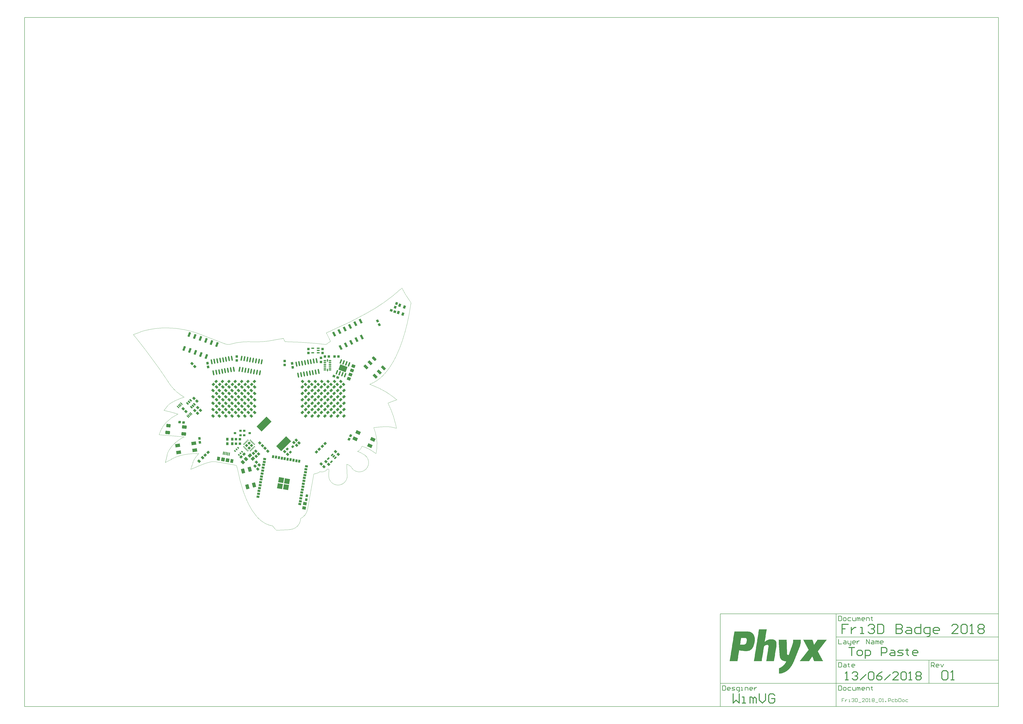
<source format=gtp>
G04*
G04 #@! TF.GenerationSoftware,Altium Limited,Altium Designer,18.1.6 (161)*
G04*
G04 Layer_Color=8421504*
%FSLAX25Y25*%
%MOIN*%
G70*
G01*
G75*
%ADD11C,0.00984*%
%ADD13C,0.00787*%
%ADD15C,0.00394*%
%ADD17C,0.01575*%
G04:AMPARAMS|DCode=18|XSize=86.61mil|YSize=86.61mil|CornerRadius=0mil|HoleSize=0mil|Usage=FLASHONLY|Rotation=170.000|XOffset=0mil|YOffset=0mil|HoleType=Round|Shape=Rectangle|*
%AMROTATEDRECTD18*
4,1,4,0.05017,0.03513,0.03513,-0.05017,-0.05017,-0.03513,-0.03513,0.05017,0.05017,0.03513,0.0*
%
%ADD18ROTATEDRECTD18*%

G04:AMPARAMS|DCode=19|XSize=39.37mil|YSize=39.37mil|CornerRadius=0mil|HoleSize=0mil|Usage=FLASHONLY|Rotation=45.000|XOffset=0mil|YOffset=0mil|HoleType=Round|Shape=Rectangle|*
%AMROTATEDRECTD19*
4,1,4,0.00000,-0.02784,-0.02784,0.00000,0.00000,0.02784,0.02784,0.00000,0.00000,-0.02784,0.0*
%
%ADD19ROTATEDRECTD19*%

G04:AMPARAMS|DCode=20|XSize=39.37mil|YSize=39.37mil|CornerRadius=0mil|HoleSize=0mil|Usage=FLASHONLY|Rotation=315.000|XOffset=0mil|YOffset=0mil|HoleType=Round|Shape=Rectangle|*
%AMROTATEDRECTD20*
4,1,4,-0.02784,0.00000,0.00000,0.02784,0.02784,0.00000,0.00000,-0.02784,-0.02784,0.00000,0.0*
%
%ADD20ROTATEDRECTD20*%

G04:AMPARAMS|DCode=21|XSize=39.37mil|YSize=43.31mil|CornerRadius=0mil|HoleSize=0mil|Usage=FLASHONLY|Rotation=225.000|XOffset=0mil|YOffset=0mil|HoleType=Round|Shape=Rectangle|*
%AMROTATEDRECTD21*
4,1,4,-0.00139,0.02923,0.02923,-0.00139,0.00139,-0.02923,-0.02923,0.00139,-0.00139,0.02923,0.0*
%
%ADD21ROTATEDRECTD21*%

G04:AMPARAMS|DCode=22|XSize=39.37mil|YSize=43.31mil|CornerRadius=0mil|HoleSize=0mil|Usage=FLASHONLY|Rotation=188.000|XOffset=0mil|YOffset=0mil|HoleType=Round|Shape=Rectangle|*
%AMROTATEDRECTD22*
4,1,4,0.01648,0.02418,0.02251,-0.01870,-0.01648,-0.02418,-0.02251,0.01870,0.01648,0.02418,0.0*
%
%ADD22ROTATEDRECTD22*%

G04:AMPARAMS|DCode=23|XSize=39.37mil|YSize=43.31mil|CornerRadius=0mil|HoleSize=0mil|Usage=FLASHONLY|Rotation=155.000|XOffset=0mil|YOffset=0mil|HoleType=Round|Shape=Rectangle|*
%AMROTATEDRECTD23*
4,1,4,0.02699,0.01131,0.00869,-0.02794,-0.02699,-0.01131,-0.00869,0.02794,0.02699,0.01131,0.0*
%
%ADD23ROTATEDRECTD23*%

G04:AMPARAMS|DCode=24|XSize=39.37mil|YSize=43.31mil|CornerRadius=0mil|HoleSize=0mil|Usage=FLASHONLY|Rotation=265.000|XOffset=0mil|YOffset=0mil|HoleType=Round|Shape=Rectangle|*
%AMROTATEDRECTD24*
4,1,4,-0.01986,0.02150,0.02329,0.01772,0.01986,-0.02150,-0.02329,-0.01772,-0.01986,0.02150,0.0*
%
%ADD24ROTATEDRECTD24*%

G04:AMPARAMS|DCode=25|XSize=39.37mil|YSize=43.31mil|CornerRadius=0mil|HoleSize=0mil|Usage=FLASHONLY|Rotation=135.000|XOffset=0mil|YOffset=0mil|HoleType=Round|Shape=Rectangle|*
%AMROTATEDRECTD25*
4,1,4,0.02923,0.00139,-0.00139,-0.02923,-0.02923,-0.00139,0.00139,0.02923,0.02923,0.00139,0.0*
%
%ADD25ROTATEDRECTD25*%

G04:AMPARAMS|DCode=26|XSize=47.24mil|YSize=61.02mil|CornerRadius=0mil|HoleSize=0mil|Usage=FLASHONLY|Rotation=350.000|XOffset=0mil|YOffset=0mil|HoleType=Round|Shape=Rectangle|*
%AMROTATEDRECTD26*
4,1,4,-0.02856,-0.02595,-0.01796,0.03415,0.02856,0.02595,0.01796,-0.03415,-0.02856,-0.02595,0.0*
%
%ADD26ROTATEDRECTD26*%

G04:AMPARAMS|DCode=27|XSize=15.75mil|YSize=53.15mil|CornerRadius=0mil|HoleSize=0mil|Usage=FLASHONLY|Rotation=170.000|XOffset=0mil|YOffset=0mil|HoleType=Round|Shape=Rectangle|*
%AMROTATEDRECTD27*
4,1,4,0.01237,0.02480,0.00314,-0.02754,-0.01237,-0.02480,-0.00314,0.02754,0.01237,0.02480,0.0*
%
%ADD27ROTATEDRECTD27*%

G04:AMPARAMS|DCode=28|XSize=59.06mil|YSize=61.02mil|CornerRadius=0mil|HoleSize=0mil|Usage=FLASHONLY|Rotation=170.000|XOffset=0mil|YOffset=0mil|HoleType=Round|Shape=Rectangle|*
%AMROTATEDRECTD28*
4,1,4,0.03438,0.02492,0.02378,-0.03518,-0.03438,-0.02492,-0.02378,0.03518,0.03438,0.02492,0.0*
%
%ADD28ROTATEDRECTD28*%

G04:AMPARAMS|DCode=29|XSize=35.43mil|YSize=78.74mil|CornerRadius=0mil|HoleSize=0mil|Usage=FLASHONLY|Rotation=340.000|XOffset=0mil|YOffset=0mil|HoleType=Round|Shape=Rectangle|*
%AMROTATEDRECTD29*
4,1,4,-0.03011,-0.03094,-0.00318,0.04306,0.03011,0.03094,0.00318,-0.04306,-0.03011,-0.03094,0.0*
%
%ADD29ROTATEDRECTD29*%

G04:AMPARAMS|DCode=30|XSize=35.43mil|YSize=78.74mil|CornerRadius=0mil|HoleSize=0mil|Usage=FLASHONLY|Rotation=26.000|XOffset=0mil|YOffset=0mil|HoleType=Round|Shape=Rectangle|*
%AMROTATEDRECTD30*
4,1,4,0.00134,-0.04315,-0.03318,0.02762,-0.00134,0.04315,0.03318,-0.02762,0.00134,-0.04315,0.0*
%
%ADD30ROTATEDRECTD30*%

G04:AMPARAMS|DCode=31|XSize=39.37mil|YSize=43.31mil|CornerRadius=0mil|HoleSize=0mil|Usage=FLASHONLY|Rotation=26.000|XOffset=0mil|YOffset=0mil|HoleType=Round|Shape=Rectangle|*
%AMROTATEDRECTD31*
4,1,4,-0.00820,-0.02809,-0.02718,0.01083,0.00820,0.02809,0.02718,-0.01083,-0.00820,-0.02809,0.0*
%
%ADD31ROTATEDRECTD31*%

%ADD32R,0.03937X0.03347*%
%ADD33R,0.03937X0.03347*%
G04:AMPARAMS|DCode=34|XSize=33.47mil|YSize=39.37mil|CornerRadius=0mil|HoleSize=0mil|Usage=FLASHONLY|Rotation=315.000|XOffset=0mil|YOffset=0mil|HoleType=Round|Shape=Rectangle|*
%AMROTATEDRECTD34*
4,1,4,-0.02575,-0.00209,0.00209,0.02575,0.02575,0.00209,-0.00209,-0.02575,-0.02575,-0.00209,0.0*
%
%ADD34ROTATEDRECTD34*%

G04:AMPARAMS|DCode=35|XSize=33.47mil|YSize=39.37mil|CornerRadius=0mil|HoleSize=0mil|Usage=FLASHONLY|Rotation=315.000|XOffset=0mil|YOffset=0mil|HoleType=Round|Shape=Rectangle|*
%AMROTATEDRECTD35*
4,1,4,-0.02575,-0.00209,0.00209,0.02575,0.02575,0.00209,-0.00209,-0.02575,-0.02575,-0.00209,0.0*
%
%ADD35ROTATEDRECTD35*%

G04:AMPARAMS|DCode=36|XSize=21.65mil|YSize=31.5mil|CornerRadius=0mil|HoleSize=0mil|Usage=FLASHONLY|Rotation=225.000|XOffset=0mil|YOffset=0mil|HoleType=Round|Shape=Rectangle|*
%AMROTATEDRECTD36*
4,1,4,-0.00348,0.01879,0.01879,-0.00348,0.00348,-0.01879,-0.01879,0.00348,-0.00348,0.01879,0.0*
%
%ADD36ROTATEDRECTD36*%

G04:AMPARAMS|DCode=37|XSize=118.11mil|YSize=236.22mil|CornerRadius=0mil|HoleSize=0mil|Usage=FLASHONLY|Rotation=315.000|XOffset=0mil|YOffset=0mil|HoleType=Round|Shape=Rectangle|*
%AMROTATEDRECTD37*
4,1,4,-0.12528,-0.04176,0.04176,0.12528,0.12528,0.04176,-0.04176,-0.12528,-0.12528,-0.04176,0.0*
%
%ADD37ROTATEDRECTD37*%

G04:AMPARAMS|DCode=38|XSize=43.31mil|YSize=76.77mil|CornerRadius=10.83mil|HoleSize=0mil|Usage=FLASHONLY|Rotation=225.000|XOffset=0mil|YOffset=0mil|HoleType=Round|Shape=RoundedRectangle|*
%AMROUNDEDRECTD38*
21,1,0.04331,0.05512,0,0,225.0*
21,1,0.02165,0.07677,0,0,225.0*
1,1,0.02165,-0.02714,0.01183*
1,1,0.02165,-0.01183,0.02714*
1,1,0.02165,0.02714,-0.01183*
1,1,0.02165,0.01183,-0.02714*
%
%ADD38ROUNDEDRECTD38*%
G04:AMPARAMS|DCode=39|XSize=43.31mil|YSize=76.77mil|CornerRadius=0mil|HoleSize=0mil|Usage=FLASHONLY|Rotation=45.000|XOffset=0mil|YOffset=0mil|HoleType=Round|Shape=Rectangle|*
%AMROTATEDRECTD39*
4,1,4,0.01183,-0.04245,-0.04245,0.01183,-0.01183,0.04245,0.04245,-0.01183,0.01183,-0.04245,0.0*
%
%ADD39ROTATEDRECTD39*%

G04:AMPARAMS|DCode=40|XSize=70.87mil|YSize=55.12mil|CornerRadius=0mil|HoleSize=0mil|Usage=FLASHONLY|Rotation=355.000|XOffset=0mil|YOffset=0mil|HoleType=Round|Shape=Rectangle|*
%AMROTATEDRECTD40*
4,1,4,-0.03770,-0.02437,-0.03290,0.03054,0.03770,0.02437,0.03290,-0.03054,-0.03770,-0.02437,0.0*
%
%ADD40ROTATEDRECTD40*%

G04:AMPARAMS|DCode=41|XSize=78.74mil|YSize=55.12mil|CornerRadius=0mil|HoleSize=0mil|Usage=FLASHONLY|Rotation=355.000|XOffset=0mil|YOffset=0mil|HoleType=Round|Shape=Rectangle|*
%AMROTATEDRECTD41*
4,1,4,-0.04162,-0.02402,-0.03682,0.03089,0.04162,0.02402,0.03682,-0.03089,-0.04162,-0.02402,0.0*
%
%ADD41ROTATEDRECTD41*%

G04:AMPARAMS|DCode=42|XSize=78.74mil|YSize=55.12mil|CornerRadius=0mil|HoleSize=0mil|Usage=FLASHONLY|Rotation=8.000|XOffset=0mil|YOffset=0mil|HoleType=Round|Shape=Rectangle|*
%AMROTATEDRECTD42*
4,1,4,-0.03515,-0.03277,-0.04282,0.02181,0.03515,0.03277,0.04282,-0.02181,-0.03515,-0.03277,0.0*
%
%ADD42ROTATEDRECTD42*%

G04:AMPARAMS|DCode=43|XSize=78.74mil|YSize=55.12mil|CornerRadius=0mil|HoleSize=0mil|Usage=FLASHONLY|Rotation=285.000|XOffset=0mil|YOffset=0mil|HoleType=Round|Shape=Rectangle|*
%AMROTATEDRECTD43*
4,1,4,-0.03681,0.03090,0.01643,0.04516,0.03681,-0.03090,-0.01643,-0.04516,-0.03681,0.03090,0.0*
%
%ADD43ROTATEDRECTD43*%

G04:AMPARAMS|DCode=44|XSize=23.62mil|YSize=45.28mil|CornerRadius=0mil|HoleSize=0mil|Usage=FLASHONLY|Rotation=315.000|XOffset=0mil|YOffset=0mil|HoleType=Round|Shape=Rectangle|*
%AMROTATEDRECTD44*
4,1,4,-0.02436,-0.00766,0.00766,0.02436,0.02436,0.00766,-0.00766,-0.02436,-0.02436,-0.00766,0.0*
%
%ADD44ROTATEDRECTD44*%

%ADD45R,0.04528X0.02362*%
G04:AMPARAMS|DCode=46|XSize=23.62mil|YSize=45.28mil|CornerRadius=0mil|HoleSize=0mil|Usage=FLASHONLY|Rotation=45.000|XOffset=0mil|YOffset=0mil|HoleType=Round|Shape=Rectangle|*
%AMROTATEDRECTD46*
4,1,4,0.00766,-0.02436,-0.02436,0.00766,-0.00766,0.02436,0.02436,-0.00766,0.00766,-0.02436,0.0*
%
%ADD46ROTATEDRECTD46*%

G04:AMPARAMS|DCode=47|XSize=17.72mil|YSize=55.12mil|CornerRadius=0mil|HoleSize=0mil|Usage=FLASHONLY|Rotation=225.000|XOffset=0mil|YOffset=0mil|HoleType=Round|Shape=Round|*
%AMOVALD47*
21,1,0.03740,0.01772,0.00000,0.00000,315.0*
1,1,0.01772,-0.01322,0.01322*
1,1,0.01772,0.01322,-0.01322*
%
%ADD47OVALD47*%

G04:AMPARAMS|DCode=48|XSize=94.88mil|YSize=129.92mil|CornerRadius=0mil|HoleSize=0mil|Usage=FLASHONLY|Rotation=70.000|XOffset=0mil|YOffset=0mil|HoleType=Round|Shape=Rectangle|*
%AMROTATEDRECTD48*
4,1,4,0.04482,-0.06680,-0.07727,-0.02236,-0.04482,0.06680,0.07727,0.02236,0.04482,-0.06680,0.0*
%
%ADD48ROTATEDRECTD48*%

G04:AMPARAMS|DCode=49|XSize=23.62mil|YSize=78.74mil|CornerRadius=0mil|HoleSize=0mil|Usage=FLASHONLY|Rotation=160.000|XOffset=0mil|YOffset=0mil|HoleType=Round|Shape=Round|*
%AMOVALD49*
21,1,0.05512,0.02362,0.00000,0.00000,250.0*
1,1,0.02362,0.00943,0.02590*
1,1,0.02362,-0.00943,-0.02590*
%
%ADD49OVALD49*%

G04:AMPARAMS|DCode=50|XSize=23.62mil|YSize=86.61mil|CornerRadius=0mil|HoleSize=0mil|Usage=FLASHONLY|Rotation=190.000|XOffset=0mil|YOffset=0mil|HoleType=Round|Shape=Round|*
%AMOVALD50*
21,1,0.06299,0.02362,0.00000,0.00000,280.0*
1,1,0.02362,-0.00547,0.03102*
1,1,0.02362,0.00547,-0.03102*
%
%ADD50OVALD50*%

G04:AMPARAMS|DCode=51|XSize=23.62mil|YSize=86.61mil|CornerRadius=0mil|HoleSize=0mil|Usage=FLASHONLY|Rotation=170.000|XOffset=0mil|YOffset=0mil|HoleType=Round|Shape=Round|*
%AMOVALD51*
21,1,0.06299,0.02362,0.00000,0.00000,260.0*
1,1,0.02362,0.00547,0.03102*
1,1,0.02362,-0.00547,-0.03102*
%
%ADD51OVALD51*%

%ADD52O,0.02165X0.04508*%
%ADD53O,0.04508X0.02165*%
G04:AMPARAMS|DCode=54|XSize=78.74mil|YSize=55.12mil|CornerRadius=0mil|HoleSize=0mil|Usage=FLASHONLY|Rotation=155.000|XOffset=0mil|YOffset=0mil|HoleType=Round|Shape=Rectangle|*
%AMROTATEDRECTD54*
4,1,4,0.04733,0.00834,0.02403,-0.04162,-0.04733,-0.00834,-0.02403,0.04162,0.04733,0.00834,0.0*
%
%ADD54ROTATEDRECTD54*%

G04:AMPARAMS|DCode=55|XSize=47.24mil|YSize=35.43mil|CornerRadius=0mil|HoleSize=0mil|Usage=FLASHONLY|Rotation=170.000|XOffset=0mil|YOffset=0mil|HoleType=Round|Shape=Rectangle|*
%AMROTATEDRECTD55*
4,1,4,0.02634,0.01335,0.02019,-0.02155,-0.02634,-0.01335,-0.02019,0.02155,0.02634,0.01335,0.0*
%
%ADD55ROTATEDRECTD55*%

G04:AMPARAMS|DCode=56|XSize=35.43mil|YSize=47.24mil|CornerRadius=0mil|HoleSize=0mil|Usage=FLASHONLY|Rotation=170.000|XOffset=0mil|YOffset=0mil|HoleType=Round|Shape=Rectangle|*
%AMROTATEDRECTD56*
4,1,4,0.02155,0.02019,0.01335,-0.02634,-0.02155,-0.02019,-0.01335,0.02634,0.02155,0.02019,0.0*
%
%ADD56ROTATEDRECTD56*%

G04:AMPARAMS|DCode=57|XSize=9.84mil|YSize=29.53mil|CornerRadius=0mil|HoleSize=0mil|Usage=FLASHONLY|Rotation=135.000|XOffset=0mil|YOffset=0mil|HoleType=Round|Shape=Round|*
%AMOVALD57*
21,1,0.01968,0.00984,0.00000,0.00000,225.0*
1,1,0.00984,0.00696,0.00696*
1,1,0.00984,-0.00696,-0.00696*
%
%ADD57OVALD57*%

G04:AMPARAMS|DCode=58|XSize=9.84mil|YSize=29.53mil|CornerRadius=0mil|HoleSize=0mil|Usage=FLASHONLY|Rotation=45.000|XOffset=0mil|YOffset=0mil|HoleType=Round|Shape=Round|*
%AMOVALD58*
21,1,0.01968,0.00984,0.00000,0.00000,135.0*
1,1,0.00984,0.00696,-0.00696*
1,1,0.00984,-0.00696,0.00696*
%
%ADD58OVALD58*%

G04:AMPARAMS|DCode=59|XSize=51.18mil|YSize=39.37mil|CornerRadius=0mil|HoleSize=0mil|Usage=FLASHONLY|Rotation=135.000|XOffset=0mil|YOffset=0mil|HoleType=Round|Shape=Rectangle|*
%AMROTATEDRECTD59*
4,1,4,0.03202,-0.00418,0.00418,-0.03202,-0.03202,0.00418,-0.00418,0.03202,0.03202,-0.00418,0.0*
%
%ADD59ROTATEDRECTD59*%

G04:AMPARAMS|DCode=60|XSize=51.18mil|YSize=39.37mil|CornerRadius=0mil|HoleSize=0mil|Usage=FLASHONLY|Rotation=225.000|XOffset=0mil|YOffset=0mil|HoleType=Round|Shape=Rectangle|*
%AMROTATEDRECTD60*
4,1,4,0.00418,0.03202,0.03202,0.00418,-0.00418,-0.03202,-0.03202,-0.00418,0.00418,0.03202,0.0*
%
%ADD60ROTATEDRECTD60*%

%ADD61R,0.03937X0.05118*%
G04:AMPARAMS|DCode=62|XSize=51.18mil|YSize=39.37mil|CornerRadius=0mil|HoleSize=0mil|Usage=FLASHONLY|Rotation=250.000|XOffset=0mil|YOffset=0mil|HoleType=Round|Shape=Rectangle|*
%AMROTATEDRECTD62*
4,1,4,-0.00974,0.03078,0.02725,0.01732,0.00974,-0.03078,-0.02725,-0.01732,-0.00974,0.03078,0.0*
%
%ADD62ROTATEDRECTD62*%

%ADD63R,0.03937X0.04331*%
G04:AMPARAMS|DCode=64|XSize=39.37mil|YSize=43.31mil|CornerRadius=0mil|HoleSize=0mil|Usage=FLASHONLY|Rotation=170.000|XOffset=0mil|YOffset=0mil|HoleType=Round|Shape=Rectangle|*
%AMROTATEDRECTD64*
4,1,4,0.02315,0.01791,0.01563,-0.02474,-0.02315,-0.01791,-0.01563,0.02474,0.02315,0.01791,0.0*
%
%ADD64ROTATEDRECTD64*%

G04:AMPARAMS|DCode=65|XSize=39.37mil|YSize=43.31mil|CornerRadius=0mil|HoleSize=0mil|Usage=FLASHONLY|Rotation=10.000|XOffset=0mil|YOffset=0mil|HoleType=Round|Shape=Rectangle|*
%AMROTATEDRECTD65*
4,1,4,-0.01563,-0.02474,-0.02315,0.01791,0.01563,0.02474,0.02315,-0.01791,-0.01563,-0.02474,0.0*
%
%ADD65ROTATEDRECTD65*%

%ADD66R,0.04331X0.03937*%
G04:AMPARAMS|DCode=67|XSize=39.37mil|YSize=43.31mil|CornerRadius=0mil|HoleSize=0mil|Usage=FLASHONLY|Rotation=250.000|XOffset=0mil|YOffset=0mil|HoleType=Round|Shape=Rectangle|*
%AMROTATEDRECTD67*
4,1,4,-0.01362,0.02590,0.02708,0.01109,0.01362,-0.02590,-0.02708,-0.01109,-0.01362,0.02590,0.0*
%
%ADD67ROTATEDRECTD67*%

G04:AMPARAMS|DCode=68|XSize=59.06mil|YSize=51.18mil|CornerRadius=0mil|HoleSize=0mil|Usage=FLASHONLY|Rotation=135.000|XOffset=0mil|YOffset=0mil|HoleType=Round|Shape=Rectangle|*
%AMROTATEDRECTD68*
4,1,4,0.03897,-0.00278,0.00278,-0.03897,-0.03897,0.00278,-0.00278,0.03897,0.03897,-0.00278,0.0*
%
%ADD68ROTATEDRECTD68*%

G04:AMPARAMS|DCode=69|XSize=59.06mil|YSize=51.18mil|CornerRadius=0mil|HoleSize=0mil|Usage=FLASHONLY|Rotation=225.000|XOffset=0mil|YOffset=0mil|HoleType=Round|Shape=Rectangle|*
%AMROTATEDRECTD69*
4,1,4,0.00278,0.03897,0.03897,0.00278,-0.00278,-0.03897,-0.03897,-0.00278,0.00278,0.03897,0.0*
%
%ADD69ROTATEDRECTD69*%

G04:AMPARAMS|DCode=70|XSize=59.06mil|YSize=51.18mil|CornerRadius=0mil|HoleSize=0mil|Usage=FLASHONLY|Rotation=350.000|XOffset=0mil|YOffset=0mil|HoleType=Round|Shape=Rectangle|*
%AMROTATEDRECTD70*
4,1,4,-0.03352,-0.02007,-0.02464,0.03033,0.03352,0.02007,0.02464,-0.03033,-0.03352,-0.02007,0.0*
%
%ADD70ROTATEDRECTD70*%

G04:AMPARAMS|DCode=71|XSize=59.06mil|YSize=51.18mil|CornerRadius=0mil|HoleSize=0mil|Usage=FLASHONLY|Rotation=160.000|XOffset=0mil|YOffset=0mil|HoleType=Round|Shape=Rectangle|*
%AMROTATEDRECTD71*
4,1,4,0.03650,0.01395,0.01899,-0.03415,-0.03650,-0.01395,-0.01899,0.03415,0.03650,0.01395,0.0*
%
%ADD71ROTATEDRECTD71*%

G04:AMPARAMS|DCode=72|XSize=39.37mil|YSize=43.31mil|CornerRadius=0mil|HoleSize=0mil|Usage=FLASHONLY|Rotation=340.000|XOffset=0mil|YOffset=0mil|HoleType=Round|Shape=Rectangle|*
%AMROTATEDRECTD72*
4,1,4,-0.02590,-0.01362,-0.01109,0.02708,0.02590,0.01362,0.01109,-0.02708,-0.02590,-0.01362,0.0*
%
%ADD72ROTATEDRECTD72*%

G36*
X805658Y-172050D02*
X807376D01*
Y-172336D01*
X808235D01*
Y-172623D01*
X809094D01*
Y-172909D01*
X809953D01*
Y-173195D01*
X810526D01*
Y-173481D01*
X810812D01*
Y-173768D01*
X811385D01*
Y-174054D01*
X811671D01*
Y-174340D01*
X812243D01*
Y-174627D01*
X812530D01*
Y-174913D01*
X812816D01*
Y-175199D01*
X813103D01*
Y-175486D01*
X813389D01*
Y-175772D01*
X813675D01*
Y-176058D01*
X813961D01*
Y-176345D01*
Y-176631D01*
X814248D01*
Y-176917D01*
X814534D01*
Y-177204D01*
Y-177490D01*
X814820D01*
Y-177776D01*
X815107D01*
Y-178062D01*
Y-178349D01*
X815393D01*
Y-178635D01*
Y-178921D01*
Y-179208D01*
X815679D01*
Y-179494D01*
Y-179780D01*
Y-180067D01*
X815966D01*
Y-180353D01*
Y-180639D01*
Y-180926D01*
Y-181212D01*
X816252D01*
Y-181498D01*
Y-181784D01*
Y-182071D01*
Y-182357D01*
Y-182643D01*
X816538D01*
Y-182930D01*
Y-183216D01*
Y-183502D01*
Y-183789D01*
Y-184075D01*
Y-184361D01*
Y-184648D01*
Y-184934D01*
Y-185220D01*
Y-185507D01*
Y-185793D01*
Y-186079D01*
Y-186365D01*
Y-186652D01*
Y-186938D01*
Y-187224D01*
Y-187511D01*
Y-187797D01*
Y-188083D01*
Y-188370D01*
X816252D01*
Y-188656D01*
Y-188942D01*
Y-189229D01*
Y-189515D01*
Y-189801D01*
Y-190088D01*
Y-190374D01*
X815966D01*
Y-190660D01*
Y-190946D01*
Y-191233D01*
Y-191519D01*
Y-191806D01*
X815679D01*
Y-192092D01*
Y-192378D01*
Y-192664D01*
Y-192951D01*
Y-193237D01*
X815393D01*
Y-193523D01*
Y-193810D01*
Y-194096D01*
X815107D01*
Y-194382D01*
Y-194669D01*
Y-194955D01*
Y-195241D01*
X814820D01*
Y-195528D01*
Y-195814D01*
Y-196100D01*
X814534D01*
Y-196387D01*
Y-196673D01*
X814248D01*
Y-196959D01*
Y-197245D01*
Y-197532D01*
X813961D01*
Y-197818D01*
Y-198104D01*
X813675D01*
Y-198391D01*
Y-198677D01*
X813389D01*
Y-198963D01*
Y-199250D01*
X813103D01*
Y-199536D01*
X812816D01*
Y-199822D01*
Y-200109D01*
X812530D01*
Y-200395D01*
X812243D01*
Y-200681D01*
X811957D01*
Y-200968D01*
Y-201254D01*
X811671D01*
Y-201540D01*
X811385D01*
Y-201826D01*
X811098D01*
Y-202113D01*
X810812D01*
Y-202399D01*
X810526D01*
Y-202685D01*
X809953D01*
Y-202972D01*
X809667D01*
Y-203258D01*
X809094D01*
Y-203544D01*
X808808D01*
Y-203831D01*
X808235D01*
Y-204117D01*
X807376D01*
Y-204403D01*
X806517D01*
Y-204690D01*
X805658D01*
Y-204976D01*
X803940D01*
Y-205262D01*
X798787D01*
Y-204976D01*
X796210D01*
Y-204690D01*
X794206D01*
Y-204403D01*
X792774D01*
Y-204117D01*
X791343D01*
Y-203831D01*
X789911D01*
Y-204117D01*
Y-204403D01*
Y-204690D01*
Y-204976D01*
Y-205262D01*
Y-205549D01*
Y-205835D01*
X789625D01*
Y-206121D01*
Y-206407D01*
Y-206694D01*
Y-206980D01*
Y-207266D01*
Y-207553D01*
X789338D01*
Y-207839D01*
Y-208125D01*
Y-208412D01*
Y-208698D01*
Y-208984D01*
Y-209271D01*
X789052D01*
Y-209557D01*
Y-209843D01*
Y-210129D01*
Y-210416D01*
Y-210702D01*
Y-210988D01*
Y-211275D01*
X788766D01*
Y-211561D01*
Y-211847D01*
Y-212134D01*
Y-212420D01*
Y-212706D01*
Y-212993D01*
X788480D01*
Y-213279D01*
Y-213565D01*
Y-213851D01*
Y-214138D01*
Y-214424D01*
Y-214710D01*
X788193D01*
Y-214997D01*
Y-215283D01*
Y-215569D01*
Y-215856D01*
Y-216142D01*
Y-216428D01*
Y-216715D01*
X787907D01*
Y-217001D01*
Y-217287D01*
Y-217574D01*
Y-217860D01*
Y-218146D01*
Y-218433D01*
X787621D01*
Y-218719D01*
Y-219005D01*
Y-219291D01*
Y-219578D01*
Y-219864D01*
Y-220150D01*
X787334D01*
Y-220437D01*
Y-220723D01*
Y-221009D01*
Y-221296D01*
Y-221582D01*
Y-221868D01*
Y-222155D01*
X773878D01*
Y-221868D01*
X774164D01*
Y-221582D01*
Y-221296D01*
Y-221009D01*
Y-220723D01*
Y-220437D01*
X774450D01*
Y-220150D01*
Y-219864D01*
Y-219578D01*
Y-219291D01*
Y-219005D01*
Y-218719D01*
Y-218433D01*
X774737D01*
Y-218146D01*
Y-217860D01*
Y-217574D01*
Y-217287D01*
Y-217001D01*
Y-216715D01*
X775023D01*
Y-216428D01*
Y-216142D01*
Y-215856D01*
Y-215569D01*
Y-215283D01*
Y-214997D01*
X775309D01*
Y-214710D01*
Y-214424D01*
Y-214138D01*
Y-213851D01*
Y-213565D01*
Y-213279D01*
Y-212993D01*
X775596D01*
Y-212706D01*
Y-212420D01*
Y-212134D01*
Y-211847D01*
Y-211561D01*
Y-211275D01*
X775882D01*
Y-210988D01*
Y-210702D01*
Y-210416D01*
Y-210129D01*
Y-209843D01*
Y-209557D01*
X776168D01*
Y-209271D01*
Y-208984D01*
Y-208698D01*
Y-208412D01*
Y-208125D01*
Y-207839D01*
X776454D01*
Y-207553D01*
Y-207266D01*
Y-206980D01*
Y-206694D01*
Y-206407D01*
Y-206121D01*
Y-205835D01*
X776741D01*
Y-205549D01*
Y-205262D01*
Y-204976D01*
Y-204690D01*
Y-204403D01*
Y-204117D01*
X777027D01*
Y-203831D01*
Y-203544D01*
Y-203258D01*
Y-202972D01*
Y-202685D01*
Y-202399D01*
X777313D01*
Y-202113D01*
Y-201826D01*
Y-201540D01*
Y-201254D01*
Y-200968D01*
Y-200681D01*
X777600D01*
Y-200395D01*
Y-200109D01*
Y-199822D01*
Y-199536D01*
Y-199250D01*
Y-198963D01*
Y-198677D01*
X777886D01*
Y-198391D01*
Y-198104D01*
Y-197818D01*
Y-197532D01*
Y-197245D01*
Y-196959D01*
X778172D01*
Y-196673D01*
Y-196387D01*
Y-196100D01*
Y-195814D01*
Y-195528D01*
Y-195241D01*
X778459D01*
Y-194955D01*
Y-194669D01*
Y-194382D01*
Y-194096D01*
Y-193810D01*
Y-193523D01*
Y-193237D01*
X778745D01*
Y-192951D01*
Y-192664D01*
Y-192378D01*
Y-192092D01*
Y-191806D01*
Y-191519D01*
X779031D01*
Y-191233D01*
Y-190946D01*
Y-190660D01*
Y-190374D01*
Y-190088D01*
Y-189801D01*
X779318D01*
Y-189515D01*
Y-189229D01*
Y-188942D01*
Y-188656D01*
Y-188370D01*
Y-188083D01*
X779604D01*
Y-187797D01*
Y-187511D01*
Y-187224D01*
Y-186938D01*
Y-186652D01*
Y-186365D01*
Y-186079D01*
X779890D01*
Y-185793D01*
Y-185507D01*
Y-185220D01*
Y-184934D01*
Y-184648D01*
Y-184361D01*
X780176D01*
Y-184075D01*
Y-183789D01*
Y-183502D01*
Y-183216D01*
Y-182930D01*
Y-182643D01*
X780463D01*
Y-182357D01*
Y-182071D01*
Y-181784D01*
Y-181498D01*
Y-181212D01*
Y-180926D01*
Y-180639D01*
X780749D01*
Y-180353D01*
Y-180067D01*
Y-179780D01*
Y-179494D01*
Y-179208D01*
Y-178921D01*
X781035D01*
Y-178635D01*
Y-178349D01*
Y-178062D01*
Y-177776D01*
Y-177490D01*
Y-177204D01*
X781322D01*
Y-176917D01*
Y-176631D01*
Y-176345D01*
Y-176058D01*
Y-175772D01*
Y-175486D01*
Y-175199D01*
X781608D01*
Y-174913D01*
Y-174627D01*
Y-174340D01*
Y-174054D01*
Y-173768D01*
Y-173481D01*
X781894D01*
Y-173195D01*
Y-172909D01*
Y-172623D01*
Y-172336D01*
Y-172050D01*
Y-171764D01*
X805658D01*
Y-172050D01*
D02*
G37*
G36*
X836866Y-168614D02*
Y-168900D01*
X836580D01*
Y-169187D01*
Y-169473D01*
Y-169759D01*
Y-170046D01*
Y-170332D01*
Y-170618D01*
X836294D01*
Y-170905D01*
Y-171191D01*
Y-171477D01*
Y-171764D01*
Y-172050D01*
Y-172336D01*
X836007D01*
Y-172623D01*
Y-172909D01*
Y-173195D01*
Y-173481D01*
Y-173768D01*
Y-174054D01*
Y-174340D01*
X835721D01*
Y-174627D01*
Y-174913D01*
Y-175199D01*
Y-175486D01*
Y-175772D01*
Y-176058D01*
X835435D01*
Y-176345D01*
Y-176631D01*
Y-176917D01*
Y-177204D01*
Y-177490D01*
Y-177776D01*
X835149D01*
Y-178062D01*
Y-178349D01*
Y-178635D01*
Y-178921D01*
Y-179208D01*
Y-179494D01*
Y-179780D01*
X834862D01*
Y-180067D01*
Y-180353D01*
Y-180639D01*
Y-180926D01*
Y-181212D01*
Y-181498D01*
X834576D01*
Y-181784D01*
Y-182071D01*
Y-182357D01*
Y-182643D01*
Y-182930D01*
Y-183216D01*
X834290D01*
Y-183502D01*
Y-183789D01*
Y-184075D01*
Y-184361D01*
Y-184648D01*
Y-184934D01*
X834003D01*
Y-185220D01*
Y-185507D01*
Y-185793D01*
Y-186079D01*
Y-186365D01*
Y-186652D01*
Y-186938D01*
X833717D01*
Y-187224D01*
Y-187511D01*
Y-187797D01*
Y-188083D01*
Y-188370D01*
Y-188656D01*
X833431D01*
Y-188942D01*
Y-189229D01*
X834003D01*
Y-188942D01*
X834290D01*
Y-188656D01*
X834576D01*
Y-188370D01*
X835149D01*
Y-188083D01*
X835435D01*
Y-187797D01*
X835721D01*
Y-187511D01*
X836294D01*
Y-187224D01*
X836866D01*
Y-186938D01*
X837153D01*
Y-186652D01*
X837725D01*
Y-186365D01*
X838584D01*
Y-186079D01*
X839157D01*
Y-185793D01*
X840016D01*
Y-185507D01*
X841448D01*
Y-185220D01*
X847746D01*
Y-185507D01*
X848892D01*
Y-185793D01*
X849751D01*
Y-186079D01*
X850323D01*
Y-186365D01*
X850609D01*
Y-186652D01*
X851182D01*
Y-186938D01*
X851468D01*
Y-187224D01*
X851755D01*
Y-187511D01*
X852041D01*
Y-187797D01*
X852327D01*
Y-188083D01*
Y-188370D01*
X852614D01*
Y-188656D01*
Y-188942D01*
X852900D01*
Y-189229D01*
Y-189515D01*
Y-189801D01*
X853186D01*
Y-190088D01*
Y-190374D01*
Y-190660D01*
Y-190946D01*
X853473D01*
Y-191233D01*
Y-191519D01*
Y-191806D01*
Y-192092D01*
Y-192378D01*
Y-192664D01*
Y-192951D01*
Y-193237D01*
Y-193523D01*
Y-193810D01*
Y-194096D01*
Y-194382D01*
Y-194669D01*
Y-194955D01*
Y-195241D01*
Y-195528D01*
Y-195814D01*
Y-196100D01*
X853186D01*
Y-196387D01*
Y-196673D01*
Y-196959D01*
Y-197245D01*
Y-197532D01*
Y-197818D01*
Y-198104D01*
X852900D01*
Y-198391D01*
Y-198677D01*
Y-198963D01*
Y-199250D01*
Y-199536D01*
Y-199822D01*
Y-200109D01*
X852614D01*
Y-200395D01*
Y-200681D01*
Y-200968D01*
Y-201254D01*
Y-201540D01*
Y-201826D01*
X852327D01*
Y-202113D01*
Y-202399D01*
Y-202685D01*
Y-202972D01*
Y-203258D01*
Y-203544D01*
X852041D01*
Y-203831D01*
Y-204117D01*
Y-204403D01*
Y-204690D01*
Y-204976D01*
Y-205262D01*
X851755D01*
Y-205549D01*
Y-205835D01*
Y-206121D01*
Y-206407D01*
Y-206694D01*
Y-206980D01*
Y-207266D01*
X851468D01*
Y-207553D01*
Y-207839D01*
Y-208125D01*
Y-208412D01*
Y-208698D01*
Y-208984D01*
X851182D01*
Y-209271D01*
Y-209557D01*
Y-209843D01*
Y-210129D01*
Y-210416D01*
Y-210702D01*
X850896D01*
Y-210988D01*
Y-211275D01*
Y-211561D01*
Y-211847D01*
Y-212134D01*
Y-212420D01*
Y-212706D01*
X850609D01*
Y-212993D01*
Y-213279D01*
Y-213565D01*
Y-213851D01*
Y-214138D01*
Y-214424D01*
X850323D01*
Y-214710D01*
Y-214997D01*
Y-215283D01*
Y-215569D01*
Y-215856D01*
Y-216142D01*
X850037D01*
Y-216428D01*
Y-216715D01*
Y-217001D01*
Y-217287D01*
Y-217574D01*
Y-217860D01*
X849751D01*
Y-218146D01*
Y-218433D01*
Y-218719D01*
Y-219005D01*
Y-219291D01*
Y-219578D01*
Y-219864D01*
X849464D01*
Y-220150D01*
Y-220437D01*
Y-220723D01*
Y-221009D01*
Y-221296D01*
Y-221582D01*
X849178D01*
Y-221868D01*
Y-222155D01*
X836007D01*
Y-221868D01*
Y-221582D01*
X836294D01*
Y-221296D01*
Y-221009D01*
Y-220723D01*
Y-220437D01*
Y-220150D01*
Y-219864D01*
X836580D01*
Y-219578D01*
Y-219291D01*
Y-219005D01*
Y-218719D01*
Y-218433D01*
Y-218146D01*
Y-217860D01*
X836866D01*
Y-217574D01*
Y-217287D01*
Y-217001D01*
Y-216715D01*
Y-216428D01*
Y-216142D01*
X837153D01*
Y-215856D01*
Y-215569D01*
Y-215283D01*
Y-214997D01*
Y-214710D01*
Y-214424D01*
X837439D01*
Y-214138D01*
Y-213851D01*
Y-213565D01*
Y-213279D01*
Y-212993D01*
Y-212706D01*
Y-212420D01*
X837725D01*
Y-212134D01*
Y-211847D01*
Y-211561D01*
Y-211275D01*
Y-210988D01*
Y-210702D01*
X838012D01*
Y-210416D01*
Y-210129D01*
Y-209843D01*
Y-209557D01*
Y-209271D01*
Y-208984D01*
Y-208698D01*
X838298D01*
Y-208412D01*
Y-208125D01*
Y-207839D01*
Y-207553D01*
Y-207266D01*
Y-206980D01*
X838584D01*
Y-206694D01*
Y-206407D01*
Y-206121D01*
Y-205835D01*
Y-205549D01*
Y-205262D01*
X838871D01*
Y-204976D01*
Y-204690D01*
Y-204403D01*
Y-204117D01*
Y-203831D01*
Y-203544D01*
X839157D01*
Y-203258D01*
Y-202972D01*
Y-202685D01*
Y-202399D01*
Y-202113D01*
Y-201826D01*
Y-201540D01*
X839443D01*
Y-201254D01*
Y-200968D01*
Y-200681D01*
Y-200395D01*
Y-200109D01*
Y-199822D01*
X839730D01*
Y-199536D01*
Y-199250D01*
Y-198963D01*
Y-198677D01*
Y-198391D01*
Y-198104D01*
Y-197818D01*
X840016D01*
Y-197532D01*
Y-197245D01*
Y-196959D01*
Y-196673D01*
Y-196387D01*
Y-196100D01*
X839730D01*
Y-195814D01*
Y-195528D01*
X839443D01*
Y-195241D01*
X839157D01*
Y-194955D01*
X838584D01*
Y-194669D01*
X836866D01*
Y-194955D01*
X835435D01*
Y-195241D01*
X834576D01*
Y-195528D01*
X834003D01*
Y-195814D01*
X833717D01*
Y-196100D01*
X833144D01*
Y-196387D01*
X832858D01*
Y-196673D01*
X832572D01*
Y-196959D01*
Y-197245D01*
X832285D01*
Y-197532D01*
Y-197818D01*
Y-198104D01*
X831999D01*
Y-198391D01*
Y-198677D01*
Y-198963D01*
Y-199250D01*
Y-199536D01*
Y-199822D01*
X831713D01*
Y-200109D01*
Y-200395D01*
Y-200681D01*
Y-200968D01*
Y-201254D01*
Y-201540D01*
Y-201826D01*
X831427D01*
Y-202113D01*
Y-202399D01*
Y-202685D01*
Y-202972D01*
Y-203258D01*
Y-203544D01*
X831140D01*
Y-203831D01*
Y-204117D01*
Y-204403D01*
Y-204690D01*
Y-204976D01*
Y-205262D01*
X830854D01*
Y-205549D01*
Y-205835D01*
Y-206121D01*
Y-206407D01*
Y-206694D01*
Y-206980D01*
X830568D01*
Y-207266D01*
Y-207553D01*
Y-207839D01*
Y-208125D01*
Y-208412D01*
Y-208698D01*
Y-208984D01*
X830281D01*
Y-209271D01*
Y-209557D01*
Y-209843D01*
Y-210129D01*
Y-210416D01*
Y-210702D01*
X829995D01*
Y-210988D01*
Y-211275D01*
Y-211561D01*
Y-211847D01*
Y-212134D01*
Y-212420D01*
X829709D01*
Y-212706D01*
Y-212993D01*
Y-213279D01*
Y-213565D01*
Y-213851D01*
Y-214138D01*
Y-214424D01*
X829422D01*
Y-214710D01*
Y-214997D01*
Y-215283D01*
Y-215569D01*
Y-215856D01*
Y-216142D01*
X829136D01*
Y-216428D01*
Y-216715D01*
Y-217001D01*
Y-217287D01*
Y-217574D01*
Y-217860D01*
X828850D01*
Y-218146D01*
Y-218433D01*
Y-218719D01*
Y-219005D01*
Y-219291D01*
Y-219578D01*
X828563D01*
Y-219864D01*
Y-220150D01*
Y-220437D01*
Y-220723D01*
Y-221009D01*
Y-221296D01*
Y-221582D01*
X828277D01*
Y-221868D01*
Y-222155D01*
X815107D01*
Y-221868D01*
Y-221582D01*
X815393D01*
Y-221296D01*
Y-221009D01*
Y-220723D01*
Y-220437D01*
Y-220150D01*
Y-219864D01*
Y-219578D01*
X815679D01*
Y-219291D01*
Y-219005D01*
Y-218719D01*
Y-218433D01*
Y-218146D01*
Y-217860D01*
X815966D01*
Y-217574D01*
Y-217287D01*
Y-217001D01*
Y-216715D01*
Y-216428D01*
Y-216142D01*
X816252D01*
Y-215856D01*
Y-215569D01*
Y-215283D01*
Y-214997D01*
Y-214710D01*
Y-214424D01*
Y-214138D01*
X816538D01*
Y-213851D01*
Y-213565D01*
Y-213279D01*
Y-212993D01*
Y-212706D01*
Y-212420D01*
X816825D01*
Y-212134D01*
Y-211847D01*
Y-211561D01*
Y-211275D01*
Y-210988D01*
Y-210702D01*
X817111D01*
Y-210416D01*
Y-210129D01*
Y-209843D01*
Y-209557D01*
Y-209271D01*
Y-208984D01*
X817397D01*
Y-208698D01*
Y-208412D01*
Y-208125D01*
Y-207839D01*
Y-207553D01*
Y-207266D01*
Y-206980D01*
X817684D01*
Y-206694D01*
Y-206407D01*
Y-206121D01*
Y-205835D01*
Y-205549D01*
Y-205262D01*
X817970D01*
Y-204976D01*
Y-204690D01*
Y-204403D01*
Y-204117D01*
Y-203831D01*
Y-203544D01*
X818256D01*
Y-203258D01*
Y-202972D01*
Y-202685D01*
Y-202399D01*
Y-202113D01*
Y-201826D01*
Y-201540D01*
X818542D01*
Y-201254D01*
Y-200968D01*
Y-200681D01*
Y-200395D01*
Y-200109D01*
Y-199822D01*
X818829D01*
Y-199536D01*
Y-199250D01*
Y-198963D01*
Y-198677D01*
Y-198391D01*
Y-198104D01*
X819115D01*
Y-197818D01*
Y-197532D01*
Y-197245D01*
Y-196959D01*
Y-196673D01*
Y-196387D01*
X819401D01*
Y-196100D01*
Y-195814D01*
Y-195528D01*
Y-195241D01*
Y-194955D01*
Y-194669D01*
Y-194382D01*
X819688D01*
Y-194096D01*
Y-193810D01*
Y-193523D01*
Y-193237D01*
Y-192951D01*
Y-192664D01*
X819974D01*
Y-192378D01*
Y-192092D01*
Y-191806D01*
Y-191519D01*
Y-191233D01*
Y-190946D01*
X820260D01*
Y-190660D01*
Y-190374D01*
Y-190088D01*
Y-189801D01*
Y-189515D01*
Y-189229D01*
X820547D01*
Y-188942D01*
Y-188656D01*
Y-188370D01*
Y-188083D01*
Y-187797D01*
Y-187511D01*
Y-187224D01*
X820833D01*
Y-186938D01*
Y-186652D01*
Y-186365D01*
Y-186079D01*
Y-185793D01*
Y-185507D01*
X821119D01*
Y-185220D01*
Y-184934D01*
Y-184648D01*
Y-184361D01*
Y-184075D01*
Y-183789D01*
X821406D01*
Y-183502D01*
Y-183216D01*
Y-182930D01*
Y-182643D01*
Y-182357D01*
Y-182071D01*
Y-181784D01*
X821692D01*
Y-181498D01*
Y-181212D01*
Y-180926D01*
Y-180639D01*
Y-180353D01*
Y-180067D01*
X821978D01*
Y-179780D01*
Y-179494D01*
Y-179208D01*
Y-178921D01*
Y-178635D01*
Y-178349D01*
X822264D01*
Y-178062D01*
Y-177776D01*
Y-177490D01*
Y-177204D01*
Y-176917D01*
Y-176631D01*
X822551D01*
Y-176345D01*
Y-176058D01*
Y-175772D01*
Y-175486D01*
Y-175199D01*
Y-174913D01*
Y-174627D01*
X822837D01*
Y-174340D01*
Y-174054D01*
Y-173768D01*
Y-173481D01*
Y-173195D01*
Y-172909D01*
X823123D01*
Y-172623D01*
Y-172336D01*
Y-172050D01*
Y-171764D01*
Y-171477D01*
Y-171191D01*
X823410D01*
Y-170905D01*
Y-170618D01*
Y-170332D01*
Y-170046D01*
Y-169759D01*
Y-169473D01*
Y-169187D01*
X823696D01*
Y-168900D01*
Y-168614D01*
Y-168328D01*
X836866D01*
Y-168614D01*
D02*
G37*
G36*
X938794Y-186079D02*
X938507D01*
Y-186365D01*
X938221D01*
Y-186652D01*
Y-186938D01*
X937935D01*
Y-187224D01*
X937649D01*
Y-187511D01*
X937362D01*
Y-187797D01*
Y-188083D01*
X937076D01*
Y-188370D01*
X936790D01*
Y-188656D01*
X936503D01*
Y-188942D01*
X936217D01*
Y-189229D01*
Y-189515D01*
X935931D01*
Y-189801D01*
X935644D01*
Y-190088D01*
X935358D01*
Y-190374D01*
Y-190660D01*
X935072D01*
Y-190946D01*
X934785D01*
Y-191233D01*
X934499D01*
Y-191519D01*
X934213D01*
Y-191806D01*
Y-192092D01*
X933926D01*
Y-192378D01*
X933640D01*
Y-192664D01*
X933354D01*
Y-192951D01*
Y-193237D01*
X933068D01*
Y-193523D01*
X932781D01*
Y-193810D01*
X932495D01*
Y-194096D01*
Y-194382D01*
X932209D01*
Y-194669D01*
X931922D01*
Y-194955D01*
X931636D01*
Y-195241D01*
X931350D01*
Y-195528D01*
Y-195814D01*
X931063D01*
Y-196100D01*
X930777D01*
Y-196387D01*
X930491D01*
Y-196673D01*
Y-196959D01*
X930204D01*
Y-197245D01*
X929918D01*
Y-197532D01*
X929632D01*
Y-197818D01*
Y-198104D01*
X929346D01*
Y-198391D01*
X929059D01*
Y-198677D01*
X928773D01*
Y-198963D01*
X928487D01*
Y-199250D01*
Y-199536D01*
X928200D01*
Y-199822D01*
X927914D01*
Y-200109D01*
X927628D01*
Y-200395D01*
Y-200681D01*
X927341D01*
Y-200968D01*
X927055D01*
Y-201254D01*
X926769D01*
Y-201540D01*
Y-201826D01*
X926482D01*
Y-202113D01*
X926196D01*
Y-202399D01*
X925910D01*
Y-202685D01*
X925623D01*
Y-202972D01*
Y-203258D01*
X925337D01*
Y-203544D01*
X925051D01*
Y-203831D01*
X924765D01*
Y-204117D01*
Y-204403D01*
X924478D01*
Y-204690D01*
X924192D01*
Y-204976D01*
X923906D01*
Y-205262D01*
X923619D01*
Y-205549D01*
Y-205835D01*
X923906D01*
Y-206121D01*
Y-206407D01*
X924192D01*
Y-206694D01*
Y-206980D01*
X924478D01*
Y-207266D01*
X924765D01*
Y-207553D01*
Y-207839D01*
X925051D01*
Y-208125D01*
Y-208412D01*
X925337D01*
Y-208698D01*
Y-208984D01*
X925623D01*
Y-209271D01*
Y-209557D01*
X925910D01*
Y-209843D01*
Y-210129D01*
X926196D01*
Y-210416D01*
Y-210702D01*
X926482D01*
Y-210988D01*
Y-211275D01*
X926769D01*
Y-211561D01*
Y-211847D01*
X927055D01*
Y-212134D01*
X927341D01*
Y-212420D01*
Y-212706D01*
X927628D01*
Y-212993D01*
Y-213279D01*
X927914D01*
Y-213565D01*
Y-213851D01*
X928200D01*
Y-214138D01*
Y-214424D01*
X928487D01*
Y-214710D01*
Y-214997D01*
X928773D01*
Y-215283D01*
Y-215569D01*
X929059D01*
Y-215856D01*
Y-216142D01*
X929346D01*
Y-216428D01*
X929632D01*
Y-216715D01*
Y-217001D01*
X929918D01*
Y-217287D01*
Y-217574D01*
X930204D01*
Y-217860D01*
Y-218146D01*
X930491D01*
Y-218433D01*
Y-218719D01*
X930777D01*
Y-219005D01*
Y-219291D01*
X931063D01*
Y-219578D01*
Y-219864D01*
X931350D01*
Y-220150D01*
Y-220437D01*
X931636D01*
Y-220723D01*
X931922D01*
Y-221009D01*
Y-221296D01*
X932209D01*
Y-221582D01*
Y-221868D01*
X932495D01*
Y-222155D01*
X917320D01*
Y-221868D01*
X917034D01*
Y-221582D01*
Y-221296D01*
Y-221009D01*
X916748D01*
Y-220723D01*
Y-220437D01*
Y-220150D01*
X916461D01*
Y-219864D01*
Y-219578D01*
X916175D01*
Y-219291D01*
Y-219005D01*
Y-218719D01*
X915889D01*
Y-218433D01*
Y-218146D01*
Y-217860D01*
X915602D01*
Y-217574D01*
Y-217287D01*
X915316D01*
Y-217001D01*
Y-216715D01*
Y-216428D01*
X915030D01*
Y-216142D01*
Y-215856D01*
Y-215569D01*
X914744D01*
Y-215283D01*
Y-214997D01*
Y-214710D01*
X914457D01*
Y-214424D01*
X913885D01*
Y-214710D01*
Y-214997D01*
X913598D01*
Y-215283D01*
X913312D01*
Y-215569D01*
Y-215856D01*
X913026D01*
Y-216142D01*
X912739D01*
Y-216428D01*
Y-216715D01*
X912453D01*
Y-217001D01*
X912167D01*
Y-217287D01*
Y-217574D01*
X911880D01*
Y-217860D01*
X911594D01*
Y-218146D01*
X911308D01*
Y-218433D01*
Y-218719D01*
X911022D01*
Y-219005D01*
X910735D01*
Y-219291D01*
Y-219578D01*
X910449D01*
Y-219864D01*
X910163D01*
Y-220150D01*
Y-220437D01*
X909876D01*
Y-220723D01*
X909590D01*
Y-221009D01*
Y-221296D01*
X909304D01*
Y-221582D01*
X909017D01*
Y-221868D01*
Y-222155D01*
X892984D01*
Y-221868D01*
X893270D01*
Y-221582D01*
X893556D01*
Y-221296D01*
X893843D01*
Y-221009D01*
X894129D01*
Y-220723D01*
Y-220437D01*
X894415D01*
Y-220150D01*
X894702D01*
Y-219864D01*
X894988D01*
Y-219578D01*
X895274D01*
Y-219291D01*
Y-219005D01*
X895561D01*
Y-218719D01*
X895847D01*
Y-218433D01*
X896133D01*
Y-218146D01*
Y-217860D01*
X896420D01*
Y-217574D01*
X896706D01*
Y-217287D01*
X896992D01*
Y-217001D01*
X897278D01*
Y-216715D01*
Y-216428D01*
X897565D01*
Y-216142D01*
X897851D01*
Y-215856D01*
X898137D01*
Y-215569D01*
X898424D01*
Y-215283D01*
Y-214997D01*
X898710D01*
Y-214710D01*
X898996D01*
Y-214424D01*
X899283D01*
Y-214138D01*
Y-213851D01*
X899569D01*
Y-213565D01*
X899855D01*
Y-213279D01*
X900142D01*
Y-212993D01*
X900428D01*
Y-212706D01*
Y-212420D01*
X900714D01*
Y-212134D01*
X901000D01*
Y-211847D01*
X901287D01*
Y-211561D01*
Y-211275D01*
X901573D01*
Y-210988D01*
X901859D01*
Y-210702D01*
X902146D01*
Y-210416D01*
X902432D01*
Y-210129D01*
Y-209843D01*
X902718D01*
Y-209557D01*
X903005D01*
Y-209271D01*
X903291D01*
Y-208984D01*
Y-208698D01*
X903577D01*
Y-208412D01*
X903864D01*
Y-208125D01*
X904150D01*
Y-207839D01*
X904436D01*
Y-207553D01*
Y-207266D01*
X904723D01*
Y-206980D01*
X905009D01*
Y-206694D01*
X905295D01*
Y-206407D01*
X905581D01*
Y-206121D01*
Y-205835D01*
X905868D01*
Y-205549D01*
X906154D01*
Y-205262D01*
X906441D01*
Y-204976D01*
Y-204690D01*
X906727D01*
Y-204403D01*
X907013D01*
Y-204117D01*
X907299D01*
Y-203831D01*
X907586D01*
Y-203544D01*
Y-203258D01*
X907872D01*
Y-202972D01*
Y-202685D01*
Y-202399D01*
X907586D01*
Y-202113D01*
X907299D01*
Y-201826D01*
Y-201540D01*
X907013D01*
Y-201254D01*
Y-200968D01*
X906727D01*
Y-200681D01*
Y-200395D01*
X906441D01*
Y-200109D01*
Y-199822D01*
X906154D01*
Y-199536D01*
Y-199250D01*
X905868D01*
Y-198963D01*
Y-198677D01*
X905581D01*
Y-198391D01*
X905295D01*
Y-198104D01*
Y-197818D01*
X905009D01*
Y-197532D01*
Y-197245D01*
X904723D01*
Y-196959D01*
Y-196673D01*
X904436D01*
Y-196387D01*
Y-196100D01*
X904150D01*
Y-195814D01*
Y-195528D01*
X903864D01*
Y-195241D01*
Y-194955D01*
X903577D01*
Y-194669D01*
X903291D01*
Y-194382D01*
Y-194096D01*
X903005D01*
Y-193810D01*
Y-193523D01*
X902718D01*
Y-193237D01*
Y-192951D01*
X902432D01*
Y-192664D01*
Y-192378D01*
X902146D01*
Y-192092D01*
Y-191806D01*
X901859D01*
Y-191519D01*
Y-191233D01*
X901573D01*
Y-190946D01*
Y-190660D01*
X901287D01*
Y-190374D01*
X901000D01*
Y-190088D01*
Y-189801D01*
X900714D01*
Y-189515D01*
Y-189229D01*
X900428D01*
Y-188942D01*
Y-188656D01*
X900142D01*
Y-188370D01*
Y-188083D01*
X899855D01*
Y-187797D01*
Y-187511D01*
X899569D01*
Y-187224D01*
Y-186938D01*
X899283D01*
Y-186652D01*
X898996D01*
Y-186365D01*
Y-186079D01*
X898710D01*
Y-185793D01*
X914457D01*
Y-186079D01*
X914744D01*
Y-186365D01*
Y-186652D01*
Y-186938D01*
X915030D01*
Y-187224D01*
Y-187511D01*
Y-187797D01*
X915316D01*
Y-188083D01*
Y-188370D01*
Y-188656D01*
X915602D01*
Y-188942D01*
Y-189229D01*
Y-189515D01*
X915889D01*
Y-189801D01*
Y-190088D01*
Y-190374D01*
X916175D01*
Y-190660D01*
Y-190946D01*
Y-191233D01*
X916461D01*
Y-191519D01*
Y-191806D01*
Y-192092D01*
X916748D01*
Y-192378D01*
Y-192664D01*
Y-192951D01*
X917034D01*
Y-193237D01*
Y-193523D01*
Y-193810D01*
Y-194096D01*
X917607D01*
Y-193810D01*
X917893D01*
Y-193523D01*
X918179D01*
Y-193237D01*
Y-192951D01*
X918466D01*
Y-192664D01*
X918752D01*
Y-192378D01*
Y-192092D01*
X919038D01*
Y-191806D01*
X919324D01*
Y-191519D01*
Y-191233D01*
X919611D01*
Y-190946D01*
X919897D01*
Y-190660D01*
Y-190374D01*
X920183D01*
Y-190088D01*
X920470D01*
Y-189801D01*
Y-189515D01*
X920756D01*
Y-189229D01*
X921042D01*
Y-188942D01*
Y-188656D01*
X921329D01*
Y-188370D01*
X921615D01*
Y-188083D01*
Y-187797D01*
X921901D01*
Y-187511D01*
X922188D01*
Y-187224D01*
Y-186938D01*
X922474D01*
Y-186652D01*
X922760D01*
Y-186365D01*
Y-186079D01*
X923047D01*
Y-185793D01*
X938794D01*
Y-186079D01*
D02*
G37*
G36*
X894702D02*
Y-186365D01*
Y-186652D01*
Y-186938D01*
Y-187224D01*
Y-187511D01*
Y-187797D01*
Y-188083D01*
Y-188370D01*
Y-188656D01*
Y-188942D01*
Y-189229D01*
Y-189515D01*
Y-189801D01*
Y-190088D01*
Y-190374D01*
Y-190660D01*
Y-190946D01*
Y-191233D01*
Y-191519D01*
Y-191806D01*
X894415D01*
Y-192092D01*
Y-192378D01*
Y-192664D01*
Y-192951D01*
Y-193237D01*
X894129D01*
Y-193523D01*
Y-193810D01*
Y-194096D01*
Y-194382D01*
X893843D01*
Y-194669D01*
Y-194955D01*
Y-195241D01*
Y-195528D01*
X893556D01*
Y-195814D01*
Y-196100D01*
Y-196387D01*
X893270D01*
Y-196673D01*
Y-196959D01*
Y-197245D01*
X892984D01*
Y-197532D01*
Y-197818D01*
Y-198104D01*
X892698D01*
Y-198391D01*
Y-198677D01*
Y-198963D01*
X892411D01*
Y-199250D01*
Y-199536D01*
X892125D01*
Y-199822D01*
Y-200109D01*
X891838D01*
Y-200395D01*
Y-200681D01*
Y-200968D01*
X891552D01*
Y-201254D01*
Y-201540D01*
X891266D01*
Y-201826D01*
Y-202113D01*
Y-202399D01*
X890980D01*
Y-202685D01*
Y-202972D01*
X890693D01*
Y-203258D01*
Y-203544D01*
Y-203831D01*
X890407D01*
Y-204117D01*
Y-204403D01*
X890121D01*
Y-204690D01*
Y-204976D01*
Y-205262D01*
X889834D01*
Y-205549D01*
Y-205835D01*
X889548D01*
Y-206121D01*
Y-206407D01*
Y-206694D01*
X889262D01*
Y-206980D01*
Y-207266D01*
X888975D01*
Y-207553D01*
Y-207839D01*
Y-208125D01*
X888689D01*
Y-208412D01*
Y-208698D01*
X888403D01*
Y-208984D01*
Y-209271D01*
Y-209557D01*
X888116D01*
Y-209843D01*
Y-210129D01*
X887830D01*
Y-210416D01*
Y-210702D01*
Y-210988D01*
X887544D01*
Y-211275D01*
Y-211561D01*
X887257D01*
Y-211847D01*
Y-212134D01*
Y-212420D01*
X886971D01*
Y-212706D01*
Y-212993D01*
X886685D01*
Y-213279D01*
Y-213565D01*
Y-213851D01*
X886399D01*
Y-214138D01*
Y-214424D01*
X886112D01*
Y-214710D01*
Y-214997D01*
Y-215283D01*
X885826D01*
Y-215569D01*
Y-215856D01*
X885540D01*
Y-216142D01*
Y-216428D01*
Y-216715D01*
X885253D01*
Y-217001D01*
Y-217287D01*
X884967D01*
Y-217574D01*
Y-217860D01*
Y-218146D01*
X884681D01*
Y-218433D01*
Y-218719D01*
X884394D01*
Y-219005D01*
Y-219291D01*
Y-219578D01*
X884108D01*
Y-219864D01*
Y-220150D01*
X883822D01*
Y-220437D01*
Y-220723D01*
Y-221009D01*
X883535D01*
Y-221296D01*
Y-221582D01*
X883249D01*
Y-221868D01*
Y-222155D01*
Y-222441D01*
X882963D01*
Y-222727D01*
Y-223014D01*
X882677D01*
Y-223300D01*
Y-223586D01*
X882390D01*
Y-223872D01*
Y-224159D01*
X882104D01*
Y-224445D01*
Y-224731D01*
Y-225018D01*
X881818D01*
Y-225304D01*
X881531D01*
Y-225590D01*
Y-225877D01*
Y-226163D01*
X881245D01*
Y-226449D01*
X880959D01*
Y-226736D01*
Y-227022D01*
X880672D01*
Y-227308D01*
Y-227595D01*
X880386D01*
Y-227881D01*
Y-228167D01*
X880100D01*
Y-228453D01*
Y-228740D01*
X879813D01*
Y-229026D01*
X879527D01*
Y-229312D01*
Y-229599D01*
X879241D01*
Y-229885D01*
Y-230171D01*
X878954D01*
Y-230458D01*
X878668D01*
Y-230744D01*
X878382D01*
Y-231030D01*
Y-231317D01*
X878096D01*
Y-231603D01*
X877809D01*
Y-231889D01*
Y-232176D01*
X877523D01*
Y-232462D01*
X877237D01*
Y-232748D01*
X876950D01*
Y-233034D01*
Y-233321D01*
X876664D01*
Y-233607D01*
X876378D01*
Y-233893D01*
X876091D01*
Y-234180D01*
X875805D01*
Y-234466D01*
X875519D01*
Y-234752D01*
Y-235039D01*
X875232D01*
Y-235325D01*
X874946D01*
Y-235611D01*
X874660D01*
Y-235898D01*
X874373D01*
Y-236184D01*
X874087D01*
Y-236470D01*
X873801D01*
Y-236757D01*
X873514D01*
Y-237043D01*
X872942D01*
Y-237329D01*
X872656D01*
Y-237615D01*
X872369D01*
Y-237902D01*
X872083D01*
Y-238188D01*
X871797D01*
Y-238474D01*
X871224D01*
Y-238761D01*
X870938D01*
Y-239047D01*
X870365D01*
Y-239333D01*
X870079D01*
Y-239620D01*
X869506D01*
Y-239906D01*
X869220D01*
Y-240192D01*
X868647D01*
Y-240479D01*
X868075D01*
Y-240765D01*
X867502D01*
Y-241051D01*
X866929D01*
Y-241338D01*
X866357D01*
Y-241624D01*
X865498D01*
Y-241910D01*
X864925D01*
Y-242196D01*
X864066D01*
Y-242483D01*
X862921D01*
Y-242769D01*
X861776D01*
Y-243056D01*
X860058D01*
Y-243342D01*
X858054D01*
Y-243628D01*
X857767D01*
Y-243342D01*
Y-243056D01*
Y-242769D01*
Y-242483D01*
Y-242196D01*
Y-241910D01*
Y-241624D01*
Y-241338D01*
Y-241051D01*
Y-240765D01*
Y-240479D01*
Y-240192D01*
Y-239906D01*
Y-239620D01*
Y-239333D01*
Y-239047D01*
Y-238761D01*
Y-238474D01*
Y-238188D01*
Y-237902D01*
Y-237615D01*
Y-237329D01*
Y-237043D01*
Y-236757D01*
Y-236470D01*
Y-236184D01*
Y-235898D01*
Y-235611D01*
Y-235325D01*
Y-235039D01*
Y-234752D01*
Y-234466D01*
Y-234180D01*
X858340D01*
Y-233893D01*
X858912D01*
Y-233607D01*
X859485D01*
Y-233321D01*
X860058D01*
Y-233034D01*
X860630D01*
Y-232748D01*
X861203D01*
Y-232462D01*
X861489D01*
Y-232176D01*
X862062D01*
Y-231889D01*
X862348D01*
Y-231603D01*
X862921D01*
Y-231317D01*
X863207D01*
Y-231030D01*
X863494D01*
Y-230744D01*
X864066D01*
Y-230458D01*
X864353D01*
Y-230171D01*
X864639D01*
Y-229885D01*
X864925D01*
Y-229599D01*
X865211D01*
Y-229312D01*
X865498D01*
Y-229026D01*
X865784D01*
Y-228740D01*
X866070D01*
Y-228453D01*
X866357D01*
Y-228167D01*
X866643D01*
Y-227881D01*
X866929D01*
Y-227595D01*
X867216D01*
Y-227308D01*
Y-227022D01*
X867502D01*
Y-226736D01*
X867788D01*
Y-226449D01*
X868075D01*
Y-226163D01*
Y-225877D01*
X868361D01*
Y-225590D01*
X868647D01*
Y-225304D01*
Y-225018D01*
X868933D01*
Y-224731D01*
Y-224445D01*
X869220D01*
Y-224159D01*
X869506D01*
Y-223872D01*
Y-223586D01*
X869792D01*
Y-223300D01*
Y-223014D01*
X870079D01*
Y-222727D01*
Y-222441D01*
X868361D01*
Y-222155D01*
X866357D01*
Y-221868D01*
X865211D01*
Y-221582D01*
X864639D01*
Y-221296D01*
X863780D01*
Y-221009D01*
X863207D01*
Y-220723D01*
X862921D01*
Y-220437D01*
X862348D01*
Y-220150D01*
X862062D01*
Y-219864D01*
X861776D01*
Y-219578D01*
X861489D01*
Y-219291D01*
X861203D01*
Y-219005D01*
X860917D01*
Y-218719D01*
Y-218433D01*
X860630D01*
Y-218146D01*
X860344D01*
Y-217860D01*
Y-217574D01*
X860058D01*
Y-217287D01*
Y-217001D01*
X859772D01*
Y-216715D01*
Y-216428D01*
X859485D01*
Y-216142D01*
Y-215856D01*
Y-215569D01*
X859199D01*
Y-215283D01*
Y-214997D01*
Y-214710D01*
Y-214424D01*
X858912D01*
Y-214138D01*
Y-213851D01*
Y-213565D01*
Y-213279D01*
Y-212993D01*
Y-212706D01*
Y-212420D01*
X858626D01*
Y-212134D01*
Y-211847D01*
Y-211561D01*
Y-211275D01*
Y-210988D01*
Y-210702D01*
Y-210416D01*
Y-210129D01*
Y-209843D01*
Y-209557D01*
Y-209271D01*
Y-208984D01*
Y-208698D01*
Y-208412D01*
Y-208125D01*
X858340D01*
Y-207839D01*
Y-207553D01*
Y-207266D01*
Y-206980D01*
Y-206694D01*
Y-206407D01*
Y-206121D01*
Y-205835D01*
Y-205549D01*
Y-205262D01*
Y-204976D01*
Y-204690D01*
Y-204403D01*
Y-204117D01*
Y-203831D01*
X858054D01*
Y-203544D01*
Y-203258D01*
Y-202972D01*
Y-202685D01*
Y-202399D01*
Y-202113D01*
Y-201826D01*
Y-201540D01*
Y-201254D01*
Y-200968D01*
Y-200681D01*
Y-200395D01*
Y-200109D01*
Y-199822D01*
Y-199536D01*
Y-199250D01*
X857767D01*
Y-198963D01*
Y-198677D01*
Y-198391D01*
Y-198104D01*
Y-197818D01*
Y-197532D01*
Y-197245D01*
Y-196959D01*
Y-196673D01*
Y-196387D01*
Y-196100D01*
Y-195814D01*
Y-195528D01*
Y-195241D01*
Y-194955D01*
Y-194669D01*
X857481D01*
Y-194382D01*
Y-194096D01*
Y-193810D01*
Y-193523D01*
Y-193237D01*
Y-192951D01*
Y-192664D01*
Y-192378D01*
Y-192092D01*
Y-191806D01*
Y-191519D01*
Y-191233D01*
Y-190946D01*
Y-190660D01*
X857195D01*
Y-190374D01*
Y-190088D01*
Y-189801D01*
Y-189515D01*
Y-189229D01*
Y-188942D01*
Y-188656D01*
Y-188370D01*
Y-188083D01*
Y-187797D01*
Y-187511D01*
Y-187224D01*
Y-186938D01*
Y-186652D01*
Y-186365D01*
Y-186079D01*
X856908D01*
Y-185793D01*
X870651D01*
Y-186079D01*
Y-186365D01*
Y-186652D01*
Y-186938D01*
Y-187224D01*
Y-187511D01*
Y-187797D01*
Y-188083D01*
Y-188370D01*
Y-188656D01*
Y-188942D01*
Y-189229D01*
Y-189515D01*
Y-189801D01*
X870938D01*
Y-190088D01*
Y-190374D01*
Y-190660D01*
Y-190946D01*
Y-191233D01*
Y-191519D01*
Y-191806D01*
Y-192092D01*
Y-192378D01*
Y-192664D01*
Y-192951D01*
Y-193237D01*
Y-193523D01*
Y-193810D01*
Y-194096D01*
Y-194382D01*
Y-194669D01*
Y-194955D01*
Y-195241D01*
Y-195528D01*
Y-195814D01*
Y-196100D01*
Y-196387D01*
Y-196673D01*
Y-196959D01*
Y-197245D01*
Y-197532D01*
Y-197818D01*
Y-198104D01*
Y-198391D01*
Y-198677D01*
Y-198963D01*
Y-199250D01*
Y-199536D01*
Y-199822D01*
Y-200109D01*
Y-200395D01*
Y-200681D01*
Y-200968D01*
Y-201254D01*
Y-201540D01*
X871224D01*
Y-201826D01*
X870938D01*
Y-202113D01*
Y-202399D01*
X871224D01*
Y-202685D01*
Y-202972D01*
Y-203258D01*
Y-203544D01*
Y-203831D01*
Y-204117D01*
Y-204403D01*
Y-204690D01*
Y-204976D01*
Y-205262D01*
Y-205549D01*
Y-205835D01*
Y-206121D01*
Y-206407D01*
Y-206694D01*
Y-206980D01*
Y-207266D01*
Y-207553D01*
Y-207839D01*
Y-208125D01*
Y-208412D01*
Y-208698D01*
Y-208984D01*
Y-209271D01*
Y-209557D01*
Y-209843D01*
X871510D01*
Y-210129D01*
Y-210416D01*
Y-210702D01*
X871797D01*
Y-210988D01*
X872083D01*
Y-211275D01*
X872369D01*
Y-211561D01*
X873228D01*
Y-211847D01*
X874087D01*
Y-211561D01*
X874373D01*
Y-211275D01*
Y-210988D01*
Y-210702D01*
X874660D01*
Y-210416D01*
Y-210129D01*
X874946D01*
Y-209843D01*
Y-209557D01*
Y-209271D01*
X875232D01*
Y-208984D01*
Y-208698D01*
Y-208412D01*
X875519D01*
Y-208125D01*
Y-207839D01*
Y-207553D01*
X875805D01*
Y-207266D01*
Y-206980D01*
Y-206694D01*
X876091D01*
Y-206407D01*
Y-206121D01*
X876378D01*
Y-205835D01*
Y-205549D01*
Y-205262D01*
X876664D01*
Y-204976D01*
Y-204690D01*
Y-204403D01*
X876950D01*
Y-204117D01*
Y-203831D01*
Y-203544D01*
X877237D01*
Y-203258D01*
Y-202972D01*
X877523D01*
Y-202685D01*
Y-202399D01*
Y-202113D01*
X877809D01*
Y-201826D01*
Y-201540D01*
Y-201254D01*
X878096D01*
Y-200968D01*
Y-200681D01*
Y-200395D01*
X878382D01*
Y-200109D01*
Y-199822D01*
X878668D01*
Y-199536D01*
Y-199250D01*
Y-198963D01*
X878954D01*
Y-198677D01*
Y-198391D01*
Y-198104D01*
X879241D01*
Y-197818D01*
Y-197532D01*
Y-197245D01*
X879527D01*
Y-196959D01*
Y-196673D01*
X879813D01*
Y-196387D01*
Y-196100D01*
Y-195814D01*
X880100D01*
Y-195528D01*
Y-195241D01*
Y-194955D01*
X880386D01*
Y-194669D01*
Y-194382D01*
Y-194096D01*
X880672D01*
Y-193810D01*
Y-193523D01*
Y-193237D01*
Y-192951D01*
X880959D01*
Y-192664D01*
Y-192378D01*
Y-192092D01*
Y-191806D01*
X881245D01*
Y-191519D01*
Y-191233D01*
Y-190946D01*
Y-190660D01*
Y-190374D01*
X881531D01*
Y-190088D01*
Y-189801D01*
Y-189515D01*
Y-189229D01*
Y-188942D01*
Y-188656D01*
X881818D01*
Y-188370D01*
Y-188083D01*
Y-187797D01*
Y-187511D01*
Y-187224D01*
Y-186938D01*
Y-186652D01*
Y-186365D01*
Y-186079D01*
Y-185793D01*
X894702D01*
Y-186079D01*
D02*
G37*
%LPC*%
G36*
X801364Y-182930D02*
X793347D01*
Y-183216D01*
Y-183502D01*
Y-183789D01*
Y-184075D01*
Y-184361D01*
X793061D01*
Y-184648D01*
Y-184934D01*
Y-185220D01*
Y-185507D01*
Y-185793D01*
Y-186079D01*
X792774D01*
Y-186365D01*
Y-186652D01*
Y-186938D01*
Y-187224D01*
Y-187511D01*
Y-187797D01*
X792488D01*
Y-188083D01*
Y-188370D01*
Y-188656D01*
Y-188942D01*
Y-189229D01*
Y-189515D01*
X792202D01*
Y-189801D01*
Y-190088D01*
Y-190374D01*
Y-190660D01*
Y-190946D01*
Y-191233D01*
Y-191519D01*
X791915D01*
Y-191806D01*
Y-192092D01*
Y-192378D01*
Y-192664D01*
Y-192951D01*
Y-193237D01*
X791629D01*
Y-193523D01*
Y-193810D01*
Y-194096D01*
X798787D01*
Y-193810D01*
X799932D01*
Y-193523D01*
X800505D01*
Y-193237D01*
X800791D01*
Y-192951D01*
X801077D01*
Y-192664D01*
X801364D01*
Y-192378D01*
X801650D01*
Y-192092D01*
Y-191806D01*
X801936D01*
Y-191519D01*
Y-191233D01*
X802223D01*
Y-190946D01*
Y-190660D01*
X802509D01*
Y-190374D01*
Y-190088D01*
Y-189801D01*
Y-189515D01*
X802795D01*
Y-189229D01*
Y-188942D01*
Y-188656D01*
Y-188370D01*
Y-188083D01*
X803082D01*
Y-187797D01*
Y-187511D01*
Y-187224D01*
Y-186938D01*
Y-186652D01*
Y-186365D01*
Y-186079D01*
Y-185793D01*
Y-185507D01*
Y-185220D01*
Y-184934D01*
X802795D01*
Y-184648D01*
Y-184361D01*
X802509D01*
Y-184075D01*
Y-183789D01*
X802223D01*
Y-183502D01*
X801936D01*
Y-183216D01*
X801364D01*
Y-182930D01*
D02*
G37*
%LPD*%
D11*
X958661Y-263782D02*
Y-271654D01*
X962597D01*
X963909Y-270342D01*
Y-265094D01*
X962597Y-263782D01*
X958661D01*
X967845Y-271654D02*
X970469D01*
X971780Y-270342D01*
Y-267718D01*
X970469Y-266406D01*
X967845D01*
X966533Y-267718D01*
Y-270342D01*
X967845Y-271654D01*
X979652Y-266406D02*
X975716D01*
X974404Y-267718D01*
Y-270342D01*
X975716Y-271654D01*
X979652D01*
X982276Y-266406D02*
Y-270342D01*
X983588Y-271654D01*
X987523D01*
Y-266406D01*
X990147Y-271654D02*
Y-266406D01*
X991459D01*
X992771Y-267718D01*
Y-271654D01*
Y-267718D01*
X994083Y-266406D01*
X995395Y-267718D01*
Y-271654D01*
X1001955D02*
X999331D01*
X998019Y-270342D01*
Y-267718D01*
X999331Y-266406D01*
X1001955D01*
X1003267Y-267718D01*
Y-269030D01*
X998019D01*
X1005890Y-271654D02*
Y-266406D01*
X1009826D01*
X1011138Y-267718D01*
Y-271654D01*
X1015074Y-265094D02*
Y-266406D01*
X1013762D01*
X1016386D01*
X1015074D01*
Y-270342D01*
X1016386Y-271654D01*
X958661Y-224412D02*
Y-232283D01*
X962597D01*
X963909Y-230972D01*
Y-225724D01*
X962597Y-224412D01*
X958661D01*
X967845Y-227036D02*
X970469D01*
X971780Y-228348D01*
Y-232283D01*
X967845D01*
X966533Y-230972D01*
X967845Y-229660D01*
X971780D01*
X975716Y-225724D02*
Y-227036D01*
X974404D01*
X977028D01*
X975716D01*
Y-230972D01*
X977028Y-232283D01*
X984900D02*
X982276D01*
X980964Y-230972D01*
Y-228348D01*
X982276Y-227036D01*
X984900D01*
X986212Y-228348D01*
Y-229660D01*
X980964D01*
X958661Y-185042D02*
Y-192913D01*
X963909D01*
X967845Y-187666D02*
X970469D01*
X971780Y-188978D01*
Y-192913D01*
X967845D01*
X966533Y-191602D01*
X967845Y-190290D01*
X971780D01*
X974404Y-187666D02*
Y-191602D01*
X975716Y-192913D01*
X979652D01*
Y-194225D01*
X978340Y-195537D01*
X977028D01*
X979652Y-192913D02*
Y-187666D01*
X986212Y-192913D02*
X983588D01*
X982276Y-191602D01*
Y-188978D01*
X983588Y-187666D01*
X986212D01*
X987523Y-188978D01*
Y-190290D01*
X982276D01*
X990147Y-187666D02*
Y-192913D01*
Y-190290D01*
X991459Y-188978D01*
X992771Y-187666D01*
X994083D01*
X1005890Y-192913D02*
Y-185042D01*
X1011138Y-192913D01*
Y-185042D01*
X1015074Y-187666D02*
X1017698D01*
X1019009Y-188978D01*
Y-192913D01*
X1015074D01*
X1013762Y-191602D01*
X1015074Y-190290D01*
X1019009D01*
X1021633Y-192913D02*
Y-187666D01*
X1022945D01*
X1024257Y-188978D01*
Y-192913D01*
Y-188978D01*
X1025569Y-187666D01*
X1026881Y-188978D01*
Y-192913D01*
X1033440D02*
X1030817D01*
X1029505Y-191602D01*
Y-188978D01*
X1030817Y-187666D01*
X1033440D01*
X1034752Y-188978D01*
Y-190290D01*
X1029505D01*
X958661Y-145672D02*
Y-153543D01*
X962597D01*
X963909Y-152231D01*
Y-146984D01*
X962597Y-145672D01*
X958661D01*
X967845Y-153543D02*
X970469D01*
X971780Y-152231D01*
Y-149608D01*
X970469Y-148296D01*
X967845D01*
X966533Y-149608D01*
Y-152231D01*
X967845Y-153543D01*
X979652Y-148296D02*
X975716D01*
X974404Y-149608D01*
Y-152231D01*
X975716Y-153543D01*
X979652D01*
X982276Y-148296D02*
Y-152231D01*
X983588Y-153543D01*
X987523D01*
Y-148296D01*
X990147Y-153543D02*
Y-148296D01*
X991459D01*
X992771Y-149608D01*
Y-153543D01*
Y-149608D01*
X994083Y-148296D01*
X995395Y-149608D01*
Y-153543D01*
X1001955D02*
X999331D01*
X998019Y-152231D01*
Y-149608D01*
X999331Y-148296D01*
X1001955D01*
X1003267Y-149608D01*
Y-150919D01*
X998019D01*
X1005890Y-153543D02*
Y-148296D01*
X1009826D01*
X1011138Y-149608D01*
Y-153543D01*
X1015074Y-146984D02*
Y-148296D01*
X1013762D01*
X1016386D01*
X1015074D01*
Y-152231D01*
X1016386Y-153543D01*
X761811Y-263782D02*
Y-271654D01*
X765747D01*
X767059Y-270342D01*
Y-265094D01*
X765747Y-263782D01*
X761811D01*
X773618Y-271654D02*
X770994D01*
X769683Y-270342D01*
Y-267718D01*
X770994Y-266406D01*
X773618D01*
X774930Y-267718D01*
Y-269030D01*
X769683D01*
X777554Y-271654D02*
X781490D01*
X782802Y-270342D01*
X781490Y-269030D01*
X778866D01*
X777554Y-267718D01*
X778866Y-266406D01*
X782802D01*
X788049Y-274277D02*
X789361D01*
X790673Y-272966D01*
Y-266406D01*
X786737D01*
X785426Y-267718D01*
Y-270342D01*
X786737Y-271654D01*
X790673D01*
X793297D02*
X795921D01*
X794609D01*
Y-266406D01*
X793297D01*
X799857Y-271654D02*
Y-266406D01*
X803792D01*
X805104Y-267718D01*
Y-271654D01*
X811664D02*
X809040D01*
X807728Y-270342D01*
Y-267718D01*
X809040Y-266406D01*
X811664D01*
X812976Y-267718D01*
Y-269030D01*
X807728D01*
X815600Y-266406D02*
Y-271654D01*
Y-269030D01*
X816911Y-267718D01*
X818223Y-266406D01*
X819535D01*
X1116142Y-232283D02*
Y-224412D01*
X1120078D01*
X1121389Y-225724D01*
Y-228348D01*
X1120078Y-229660D01*
X1116142D01*
X1118766D02*
X1121389Y-232283D01*
X1127949D02*
X1125325D01*
X1124013Y-230972D01*
Y-228348D01*
X1125325Y-227036D01*
X1127949D01*
X1129261Y-228348D01*
Y-229660D01*
X1124013D01*
X1131885Y-227036D02*
X1134509Y-232283D01*
X1137132Y-227036D01*
D13*
X-423228Y-299213D02*
X1230315D01*
X-423228D02*
Y870079D01*
X1230315Y-299213D02*
Y870079D01*
X-423228D02*
X1230315D01*
X954724Y-299213D02*
Y-141732D01*
X757874Y-299213D02*
Y-141732D01*
X1230315D01*
X757874Y-259842D02*
X1230315D01*
X954724Y-220472D02*
X1230315D01*
X954724Y-181102D02*
X1230315D01*
X1112205Y-259842D02*
Y-220472D01*
X968503Y-285435D02*
X964567D01*
Y-288387D01*
X966535D01*
X964567D01*
Y-291339D01*
X970471Y-287403D02*
Y-291339D01*
Y-289371D01*
X971454Y-288387D01*
X972438Y-287403D01*
X973422D01*
X976374Y-291339D02*
X978342D01*
X977358D01*
Y-287403D01*
X976374D01*
X981294Y-286419D02*
X982278Y-285435D01*
X984246D01*
X985229Y-286419D01*
Y-287403D01*
X984246Y-288387D01*
X983262D01*
X984246D01*
X985229Y-289371D01*
Y-290355D01*
X984246Y-291339D01*
X982278D01*
X981294Y-290355D01*
X987197Y-285435D02*
Y-291339D01*
X990149D01*
X991133Y-290355D01*
Y-286419D01*
X990149Y-285435D01*
X987197D01*
X993101Y-292322D02*
X997037D01*
X1002940Y-291339D02*
X999005D01*
X1002940Y-287403D01*
Y-286419D01*
X1001956Y-285435D01*
X999988D01*
X999005Y-286419D01*
X1004908D02*
X1005892Y-285435D01*
X1007860D01*
X1008844Y-286419D01*
Y-290355D01*
X1007860Y-291339D01*
X1005892D01*
X1004908Y-290355D01*
Y-286419D01*
X1010812Y-291339D02*
X1012780D01*
X1011796D01*
Y-285435D01*
X1010812Y-286419D01*
X1015732D02*
X1016715Y-285435D01*
X1018683D01*
X1019667Y-286419D01*
Y-287403D01*
X1018683Y-288387D01*
X1019667Y-289371D01*
Y-290355D01*
X1018683Y-291339D01*
X1016715D01*
X1015732Y-290355D01*
Y-289371D01*
X1016715Y-288387D01*
X1015732Y-287403D01*
Y-286419D01*
X1016715Y-288387D02*
X1018683D01*
X1021635Y-292322D02*
X1025571D01*
X1027539Y-286419D02*
X1028523Y-285435D01*
X1030490D01*
X1031474Y-286419D01*
Y-290355D01*
X1030490Y-291339D01*
X1028523D01*
X1027539Y-290355D01*
Y-286419D01*
X1033442Y-291339D02*
X1035410D01*
X1034426D01*
Y-285435D01*
X1033442Y-286419D01*
X1038362Y-291339D02*
Y-290355D01*
X1039346D01*
Y-291339D01*
X1038362D01*
X1043282D02*
Y-285435D01*
X1046233D01*
X1047217Y-286419D01*
Y-288387D01*
X1046233Y-289371D01*
X1043282D01*
X1053121Y-287403D02*
X1050169D01*
X1049185Y-288387D01*
Y-290355D01*
X1050169Y-291339D01*
X1053121D01*
X1055089Y-285435D02*
Y-291339D01*
X1058041D01*
X1059025Y-290355D01*
Y-289371D01*
Y-288387D01*
X1058041Y-287403D01*
X1055089D01*
X1060992Y-285435D02*
Y-291339D01*
X1063944D01*
X1064928Y-290355D01*
Y-286419D01*
X1063944Y-285435D01*
X1060992D01*
X1067880Y-291339D02*
X1069848D01*
X1070832Y-290355D01*
Y-288387D01*
X1069848Y-287403D01*
X1067880D01*
X1066896Y-288387D01*
Y-290355D01*
X1067880Y-291339D01*
X1076735Y-287403D02*
X1073783D01*
X1072800Y-288387D01*
Y-290355D01*
X1073783Y-291339D01*
X1076735D01*
D15*
X-83465Y316535D02*
G03*
X-75461Y315160I6167J11908D01*
G01*
X-63489Y318182D02*
G03*
X-75461Y315160I16601J-90959D01*
G01*
X93177Y92517D02*
G03*
X124128Y96447I15747J-171D01*
G01*
X147731Y131444D02*
G03*
X151868Y128960I582261J965229D01*
G01*
X131127Y107580D02*
G03*
X123644Y111930I-10258J-9032D01*
G01*
X131127Y107580D02*
G03*
X151868Y128960I14042J7128D01*
G01*
X124164Y99302D02*
G03*
X124128Y96447I50773J-2062D01*
G01*
X93177Y92517D02*
G03*
X93509Y103737I-99554J8564D01*
G01*
X156848Y367871D02*
G03*
X215438Y409213I-141946J263359D01*
G01*
X70109Y317150D02*
G03*
X18935Y319960I-65279J-721524D01*
G01*
X200857Y227610D02*
G03*
X178460Y241099I-75973J-100813D01*
G01*
X-182012Y343388D02*
G03*
X-218077Y339098I-279J-151416D01*
G01*
X-40641Y319960D02*
G03*
X-63489Y318182I-1549J-127826D01*
G01*
X207734Y295562D02*
G03*
X218355Y322043I-200632J95839D01*
G01*
X97675Y338805D02*
G03*
X127869Y352650I-248579J581966D01*
G01*
X-47029Y53188D02*
G03*
X-37030Y33870I121983J50892D01*
G01*
X-178957Y250941D02*
G03*
X-158897Y230072I64166J41603D01*
G01*
X-166468Y149144D02*
G03*
X-172920Y142853I37797J-45218D01*
G01*
X-195212Y275153D02*
G03*
X-218001Y306065I-822538J-582524D01*
G01*
X127869Y352650D02*
G03*
X156848Y367871I-253236J517306D01*
G01*
X88926Y315100D02*
G03*
X70109Y317150I-64033J-500175D01*
G01*
X163917Y248163D02*
G03*
X184959Y262171I-22157J56092D01*
G01*
X142253Y133733D02*
G03*
X149197Y141927I-5078J11342D01*
G01*
X83094Y99015D02*
G03*
X91148Y103876I-1536J11650D01*
G01*
X45460Y19859D02*
G03*
X57125Y35135I-9196J19114D01*
G01*
X-126713Y333264D02*
G03*
X-150488Y340055I-69234J-197391D01*
G01*
D02*
G03*
X-182012Y343388I-31448J-146698D01*
G01*
X-162848Y197059D02*
G03*
X-182135Y183660I30640J-64690D01*
G01*
X-146365Y129096D02*
G03*
X-173402Y120957I9170J-79436D01*
G01*
X-17895Y320070D02*
G03*
X-9015Y321051I-14076J168098D01*
G01*
X-13643Y10979D02*
G03*
X-1896Y7221I17629J34876D01*
G01*
X-165612Y197907D02*
G03*
X-178401Y201503I-104173J-346047D01*
G01*
X-130074Y130123D02*
G03*
X-146365Y129096I-300J-125031D01*
G01*
X-104938Y116513D02*
G03*
X-113846Y114151I21527J-99166D01*
G01*
X203098Y193081D02*
G03*
X194469Y214279I-142599J-45693D01*
G01*
X-61610Y103598D02*
G03*
X-51758Y65576I264066J48136D01*
G01*
X218355Y322043D02*
G03*
X231993Y380169I-333123J108825D01*
G01*
X184959Y262171D02*
G03*
X196413Y275940I-68462J68599D01*
G01*
X178460Y241099D02*
G03*
X162806Y247747I-81609J-170404D01*
G01*
X27545Y1250D02*
G03*
X45460Y19859I-1035J18923D01*
G01*
X-29531Y23747D02*
G03*
X-13643Y10979I40069J33590D01*
G01*
X-182845Y257051D02*
G03*
X-195213Y275153I-556576J-366975D01*
G01*
X-182135Y183660D02*
G03*
X-187769Y176950I35416J-35454D01*
G01*
X196413Y275940D02*
G03*
X207734Y295562I-119388J81957D01*
G01*
X173919Y158840D02*
G03*
X169611Y174145I-97579J-19210D01*
G01*
X157610Y139583D02*
G03*
X150169Y142482I-39440J-90216D01*
G01*
X147731Y131444D02*
G03*
X142253Y133733I-18205J-35858D01*
G01*
X96148Y320238D02*
G03*
X88926Y315100I11368J-23620D01*
G01*
X-37030Y33870D02*
G03*
X-29531Y23747I71846J45383D01*
G01*
X-127436Y130123D02*
G03*
X-134595Y120974I36068J-35599D01*
G01*
X-118767Y112504D02*
G03*
X-130074Y108042I67346J-187239D01*
G01*
X-158897Y230072D02*
G03*
X-152432Y225805I56288J78243D01*
G01*
D02*
G03*
X-167899Y219630I43050J-130294D01*
G01*
X-152432Y158591D02*
G03*
X-166468Y149144I40151J-74800D01*
G01*
X-173650Y216526D02*
G03*
X-178114Y213402I20412J-33917D01*
G01*
X-187769Y176950D02*
G03*
X-192150Y169007I34964J-24461D01*
G01*
X-172920Y142853D02*
G03*
X-178131Y135536I32545J-28695D01*
G01*
X-218001Y306065D02*
G03*
X-228951Y320099I-700696J-535423D01*
G01*
X187342Y175607D02*
G03*
X183459Y175415I5167J-143712D01*
G01*
X194958Y175548D02*
G03*
X190858Y175672I-3977J-63430D01*
G01*
X179209Y175103D02*
G03*
X169611Y174145I28269J-331931D01*
G01*
X163638Y136550D02*
G03*
X160797Y138083I-27128J-46868D01*
G01*
X78094Y99293D02*
G03*
X81427Y98877I3352J13280D01*
G01*
X81427D02*
G03*
X82094Y98885I111J16670D01*
G01*
X71567Y96238D02*
G03*
X75737Y97618I-2091J13307D01*
G01*
X-9015Y321051D02*
G03*
X11853Y324820I-37033J264650D01*
G01*
X-26615Y319682D02*
G03*
X-17895Y320070I-423J107763D01*
G01*
X-134595Y120974D02*
G03*
X-136221Y117946I30535J-18355D01*
G01*
X-113846Y114151D02*
G03*
X-118767Y112504I39245J-125377D01*
G01*
X-181237Y254560D02*
G03*
X-182845Y257051I-99104J-62242D01*
G01*
X-218077Y339098D02*
G03*
X-224180Y337397I25220J-102284D01*
G01*
X174749Y138733D02*
G03*
X173919Y158840I-61794J7520D01*
G01*
X231993Y380169D02*
G03*
X232520Y384119I-150895J22129D01*
G01*
X206273Y181505D02*
G03*
X203098Y193081I-109758J-23881D01*
G01*
X-51758Y65576D02*
G03*
X-47029Y53188I184666J63401D01*
G01*
X-136221Y117946D02*
G03*
X-137434Y114986I25672J-12248D01*
G01*
X-178114Y213402D02*
G03*
X-181318Y210251I14134J-17578D01*
G01*
X-178131Y135536D02*
G03*
X-181456Y127206I29001J-16405D01*
G01*
X198257Y175210D02*
G03*
X196707Y175402I-5210J-35663D01*
G01*
X199607Y174978D02*
G03*
X198257Y175210I-5210J-26246D01*
G01*
X196707Y175402D02*
G03*
X194958Y175548I-4720J-46159D01*
G01*
X190858Y175672D02*
G03*
X187342Y175607I113J-100388D01*
G01*
X183459Y175415D02*
G03*
X179209Y175102I12734J-202412D01*
G01*
X166139Y134983D02*
G03*
X163638Y136550I-23569J-34848D01*
G01*
X160797Y138083D02*
G03*
X157610Y139583I-31065J-61882D01*
G01*
X149197Y141927D02*
G03*
X149579Y142142I-2909J5604D01*
G01*
X149988Y142384D02*
G03*
X149579Y142142I12096J-20886D01*
G01*
X150169Y142482D02*
G03*
X149988Y142384I1769J-3493D01*
G01*
X95399Y321953D02*
G03*
X94759Y323293I-37693J-17180D01*
G01*
X96148Y320238D02*
G03*
X95399Y321953I-50495J-21021D01*
G01*
X91148Y103876D02*
G03*
X91864Y103767I1027J4344D01*
G01*
X91864Y103767D02*
G03*
X92238Y103746I663J8427D01*
G01*
X92238D02*
G03*
X92606Y103738I478J13917D01*
G01*
X82094Y98885D02*
G03*
X82427Y98906I-257J6702D01*
G01*
D02*
G03*
X82761Y98948I-429J4853D01*
G01*
X82761D02*
G03*
X83094Y99015I-617J3888D01*
G01*
X75737Y97618D02*
G03*
X78094Y99293I-5361J10040D01*
G01*
X70727Y96078D02*
G03*
X70179Y95960I420J-3294D01*
G01*
X70727Y96078D02*
G03*
X71303Y96169I-1452J11034D01*
G01*
X71303Y96169D02*
G03*
X71567Y96238I-446J2253D01*
G01*
X-167899Y219630D02*
G03*
X-173650Y216526I29135J-60853D01*
G01*
X-224180Y337397D02*
G03*
X-226590Y336583I12989J-42408D01*
G01*
X-238681Y332053D02*
X-238669Y332169D01*
X-126713Y333264D02*
X-83465Y316535D01*
X-98854Y116465D02*
X-68224Y111064D01*
X-187567Y161369D02*
X-166979Y159649D01*
X6853Y139D02*
X27545Y1250D01*
X-141323Y103320D02*
X-130074Y108042D01*
X57125Y35135D02*
X67679Y95544D01*
X215438Y409213D02*
X217407Y411069D01*
X-186734Y203586D02*
X-181318Y210251D01*
X223493Y400228D02*
X231686Y387729D01*
X200857Y227610D02*
X208634Y221639D01*
X199468Y218028D02*
X208634Y221639D01*
X199607Y174978D02*
X207939Y173173D01*
X166139Y134983D02*
X173499Y129984D01*
X15880Y325793D02*
X17824Y322182D01*
X-1896Y7221D02*
X2132Y2222D01*
X-184373Y115124D02*
X-181456Y127206D01*
X-184373Y115124D02*
X-173402Y120957D01*
X-238681Y332053D02*
X-228951Y320099D01*
X193774Y215806D02*
X194469Y214279D01*
X193774Y215806D02*
X199468Y218028D01*
X89129Y335299D02*
X97675Y338805D01*
X17824Y322182D02*
X18935Y319960D01*
X-38541Y319945D02*
X-36408Y319902D01*
X-40641Y319960D02*
X-38541Y319945D01*
X-34242Y319840D02*
X-29809Y319682D01*
X-166979Y159649D02*
X-152432Y158591D01*
X-186734Y203586D02*
X-178401Y201503D01*
X-195066Y162063D02*
X-187567Y161369D01*
X-238669Y332169D02*
X-226590Y336583D01*
X217418Y411057D02*
X223493Y400228D01*
X206273Y181505D02*
X207939Y173173D01*
X-141323Y103320D02*
X-137434Y114986D01*
X173499Y129984D02*
X174749Y138733D01*
X123644Y111930D02*
X123771Y108263D01*
X124164Y99302D01*
X89136Y335302D02*
X94759Y323432D01*
X11853Y324820D02*
X15880Y325793D01*
X-165612Y197907D02*
X-162848Y197059D01*
X-181237Y254560D02*
X-180465Y253332D01*
X-179708Y252123D01*
X-195066Y162063D02*
X-192150Y169007D01*
X231686Y387729D02*
X232797Y386063D01*
X232520Y384119D02*
X232797Y386063D01*
X162806Y247747D02*
X163917Y248163D01*
X94759Y323293D02*
Y323432D01*
X92954Y103737D02*
X93509D01*
X92606Y103738D02*
X92954Y103737D01*
X68679Y95710D02*
X69179Y95794D01*
X69679Y95877D01*
X70179Y95960D01*
X67679Y95544D02*
X68679Y95710D01*
X2132Y2222D02*
X3937Y-0D01*
X6853Y139D01*
X-29809Y319682D02*
X-26615D01*
X-36408Y319902D02*
X-34242Y319840D01*
X-130074Y130123D02*
X-127436D01*
X-179708Y252123D02*
X-178957Y250941D01*
X-104938Y116513D02*
X-98854Y116465D01*
X-68224Y111064D02*
X-63779Y109843D01*
X-61610Y103598D01*
D17*
X976378Y-198823D02*
X985561D01*
X980970D01*
Y-212598D01*
X992449D02*
X997041D01*
X999336Y-210303D01*
Y-205711D01*
X997041Y-203415D01*
X992449D01*
X990153Y-205711D01*
Y-210303D01*
X992449Y-212598D01*
X1003928Y-217190D02*
Y-203415D01*
X1010816D01*
X1013111Y-205711D01*
Y-210303D01*
X1010816Y-212598D01*
X1003928D01*
X1031478D02*
Y-198823D01*
X1038366D01*
X1040662Y-201119D01*
Y-205711D01*
X1038366Y-208007D01*
X1031478D01*
X1047549Y-203415D02*
X1052141D01*
X1054437Y-205711D01*
Y-212598D01*
X1047549D01*
X1045253Y-210303D01*
X1047549Y-208007D01*
X1054437D01*
X1059028Y-212598D02*
X1065916D01*
X1068212Y-210303D01*
X1065916Y-208007D01*
X1061324D01*
X1059028Y-205711D01*
X1061324Y-203415D01*
X1068212D01*
X1075099Y-201119D02*
Y-203415D01*
X1072803D01*
X1077395D01*
X1075099D01*
Y-210303D01*
X1077395Y-212598D01*
X1091170D02*
X1086579D01*
X1084283Y-210303D01*
Y-205711D01*
X1086579Y-203415D01*
X1091170D01*
X1093466Y-205711D01*
Y-208007D01*
X1084283D01*
X975062Y-159454D02*
X964567D01*
Y-167325D01*
X969815D01*
X964567D01*
Y-175197D01*
X980310Y-164702D02*
Y-175197D01*
Y-169949D01*
X982934Y-167325D01*
X985557Y-164702D01*
X988181D01*
X996053Y-175197D02*
X1001300D01*
X998677D01*
Y-164702D01*
X996053D01*
X1009172Y-162078D02*
X1011796Y-159454D01*
X1017043D01*
X1019667Y-162078D01*
Y-164702D01*
X1017043Y-167325D01*
X1014420D01*
X1017043D01*
X1019667Y-169949D01*
Y-172573D01*
X1017043Y-175197D01*
X1011796D01*
X1009172Y-172573D01*
X1024915Y-159454D02*
Y-175197D01*
X1032786D01*
X1035410Y-172573D01*
Y-162078D01*
X1032786Y-159454D01*
X1024915D01*
X1056401D02*
Y-175197D01*
X1064272D01*
X1066896Y-172573D01*
Y-169949D01*
X1064272Y-167325D01*
X1056401D01*
X1064272D01*
X1066896Y-164702D01*
Y-162078D01*
X1064272Y-159454D01*
X1056401D01*
X1074767Y-164702D02*
X1080015D01*
X1082639Y-167325D01*
Y-175197D01*
X1074767D01*
X1072144Y-172573D01*
X1074767Y-169949D01*
X1082639D01*
X1098382Y-159454D02*
Y-175197D01*
X1090510D01*
X1087887Y-172573D01*
Y-167325D01*
X1090510Y-164702D01*
X1098382D01*
X1108877Y-180445D02*
X1111501D01*
X1114125Y-177821D01*
Y-164702D01*
X1106253D01*
X1103630Y-167325D01*
Y-172573D01*
X1106253Y-175197D01*
X1114125D01*
X1127244D02*
X1121996D01*
X1119372Y-172573D01*
Y-167325D01*
X1121996Y-164702D01*
X1127244D01*
X1129868Y-167325D01*
Y-169949D01*
X1119372D01*
X1161354Y-175197D02*
X1150858D01*
X1161354Y-164702D01*
Y-162078D01*
X1158730Y-159454D01*
X1153482D01*
X1150858Y-162078D01*
X1166601D02*
X1169225Y-159454D01*
X1174473D01*
X1177097Y-162078D01*
Y-172573D01*
X1174473Y-175197D01*
X1169225D01*
X1166601Y-172573D01*
Y-162078D01*
X1182344Y-175197D02*
X1187592D01*
X1184968D01*
Y-159454D01*
X1182344Y-162078D01*
X1195463D02*
X1198087Y-159454D01*
X1203335D01*
X1205959Y-162078D01*
Y-164702D01*
X1203335Y-167325D01*
X1205959Y-169949D01*
Y-172573D01*
X1203335Y-175197D01*
X1198087D01*
X1195463Y-172573D01*
Y-169949D01*
X1198087Y-167325D01*
X1195463Y-164702D01*
Y-162078D01*
X1198087Y-167325D02*
X1203335D01*
X970472Y-253937D02*
X975064D01*
X972768D01*
Y-240162D01*
X970472Y-242458D01*
X981952D02*
X984247Y-240162D01*
X988839D01*
X991135Y-242458D01*
Y-244754D01*
X988839Y-247049D01*
X986543D01*
X988839D01*
X991135Y-249345D01*
Y-251641D01*
X988839Y-253937D01*
X984247D01*
X981952Y-251641D01*
X995727Y-253937D02*
X1004910Y-244754D01*
X1009502Y-242458D02*
X1011798Y-240162D01*
X1016389D01*
X1018685Y-242458D01*
Y-251641D01*
X1016389Y-253937D01*
X1011798D01*
X1009502Y-251641D01*
Y-242458D01*
X1032460Y-240162D02*
X1027869Y-242458D01*
X1023277Y-247049D01*
Y-251641D01*
X1025573Y-253937D01*
X1030164D01*
X1032460Y-251641D01*
Y-249345D01*
X1030164Y-247049D01*
X1023277D01*
X1037052Y-253937D02*
X1046235Y-244754D01*
X1060010Y-253937D02*
X1050827D01*
X1060010Y-244754D01*
Y-242458D01*
X1057715Y-240162D01*
X1053123D01*
X1050827Y-242458D01*
X1064602D02*
X1066898Y-240162D01*
X1071490D01*
X1073785Y-242458D01*
Y-251641D01*
X1071490Y-253937D01*
X1066898D01*
X1064602Y-251641D01*
Y-242458D01*
X1078377Y-253937D02*
X1082969D01*
X1080673D01*
Y-240162D01*
X1078377Y-242458D01*
X1089857D02*
X1092152Y-240162D01*
X1096744D01*
X1099040Y-242458D01*
Y-244754D01*
X1096744Y-247049D01*
X1099040Y-249345D01*
Y-251641D01*
X1096744Y-253937D01*
X1092152D01*
X1089857Y-251641D01*
Y-249345D01*
X1092152Y-247049D01*
X1089857Y-244754D01*
Y-242458D01*
X1092152Y-247049D02*
X1096744D01*
X1133858Y-240818D02*
X1136482Y-238194D01*
X1141730D01*
X1144353Y-240818D01*
Y-251313D01*
X1141730Y-253937D01*
X1136482D01*
X1133858Y-251313D01*
Y-240818D01*
X1149601Y-253937D02*
X1154849D01*
X1152225D01*
Y-238194D01*
X1149601Y-240818D01*
X779528Y-277564D02*
Y-293307D01*
X784775Y-288059D01*
X790023Y-293307D01*
Y-277564D01*
X795270Y-293307D02*
X800518D01*
X797894D01*
Y-282812D01*
X795270D01*
X808390Y-293307D02*
Y-282812D01*
X811013D01*
X813637Y-285436D01*
Y-293307D01*
Y-285436D01*
X816261Y-282812D01*
X818885Y-285436D01*
Y-293307D01*
X824133Y-277564D02*
Y-288059D01*
X829380Y-293307D01*
X834628Y-288059D01*
Y-277564D01*
X850371Y-280188D02*
X847747Y-277564D01*
X842499D01*
X839876Y-280188D01*
Y-290683D01*
X842499Y-293307D01*
X847747D01*
X850371Y-290683D01*
Y-285436D01*
X845123D01*
D18*
X20536Y73178D02*
D03*
X10455Y74956D02*
D03*
X12232Y85038D02*
D03*
X22313Y83260D02*
D03*
D19*
X-37928Y143701D02*
D03*
X-46280Y143701D02*
D03*
X-42104Y147877D02*
D03*
D20*
X-42104Y139525D02*
D03*
D21*
X-29737Y115555D02*
D03*
X-25004Y110823D02*
D03*
X-19287Y143353D02*
D03*
X-24019Y148085D02*
D03*
X-10232Y134248D02*
D03*
X-14964Y138980D02*
D03*
X-138981Y282681D02*
D03*
X-134248Y277949D02*
D03*
X-34628Y130319D02*
D03*
X-29896Y125586D02*
D03*
X104721Y133469D02*
D03*
X109453Y128736D02*
D03*
X92918Y111807D02*
D03*
X88185Y116540D02*
D03*
X-129524Y198421D02*
D03*
X-134256Y203154D02*
D03*
X23233Y128736D02*
D03*
X18500Y133469D02*
D03*
X37988Y152957D02*
D03*
X42721Y148224D02*
D03*
X80310Y112602D02*
D03*
X85043Y107870D02*
D03*
X-27162Y103933D02*
D03*
X-31894Y108666D02*
D03*
X-30691Y134256D02*
D03*
X-25959Y129524D02*
D03*
X53547Y247634D02*
D03*
X48814Y252366D02*
D03*
X59641D02*
D03*
X64374Y247634D02*
D03*
X75200D02*
D03*
X70468Y252366D02*
D03*
X81295D02*
D03*
X86027Y247634D02*
D03*
X96854D02*
D03*
X92121Y252366D02*
D03*
X102948D02*
D03*
X107681Y247634D02*
D03*
X118508D02*
D03*
X113775Y252366D02*
D03*
X-129335Y208075D02*
D03*
X-124603Y203342D02*
D03*
X-135538Y223823D02*
D03*
X-130806Y219090D02*
D03*
X-153942Y206106D02*
D03*
X-149209Y201374D02*
D03*
X33855Y148823D02*
D03*
X38587Y144090D02*
D03*
D22*
X-126450Y155676D02*
D03*
X-125518Y149048D02*
D03*
D23*
X130351Y160513D02*
D03*
X127523Y154447D02*
D03*
D24*
X-160026Y183363D02*
D03*
X-153359Y182780D02*
D03*
D25*
X87012Y147249D02*
D03*
X82279Y142516D02*
D03*
X72437Y132673D02*
D03*
X77169Y137405D02*
D03*
X-55494Y124406D02*
D03*
X-50761Y129138D02*
D03*
X-116540Y127555D02*
D03*
X-111807Y132288D02*
D03*
X-98027Y252367D02*
D03*
X-102760Y247634D02*
D03*
X-91933D02*
D03*
X-87201Y252367D02*
D03*
X-76374D02*
D03*
X-81106Y247634D02*
D03*
X-70280D02*
D03*
X-65547Y252367D02*
D03*
X-54720D02*
D03*
X-59453Y247634D02*
D03*
X-48626D02*
D03*
X-43894Y252367D02*
D03*
X-33067D02*
D03*
X-37799Y247634D02*
D03*
D26*
X-71328Y117549D02*
D03*
X-93816Y121514D02*
D03*
D27*
X-80726Y130000D02*
D03*
X-78206Y129555D02*
D03*
X-83246Y130444D02*
D03*
X-85766Y130889D02*
D03*
X-75686Y129111D02*
D03*
D28*
X-86449Y120215D02*
D03*
X-78695Y118848D02*
D03*
D29*
X-114613Y294881D02*
D03*
X-124010Y298302D02*
D03*
X-133407Y301722D02*
D03*
X-142804Y305142D02*
D03*
X-152201Y308562D02*
D03*
X-105995Y318559D02*
D03*
X-143583Y332239D02*
D03*
X-134186Y328819D02*
D03*
X-124789Y325399D02*
D03*
X-115392Y321979D02*
D03*
X-96598Y315138D02*
D03*
D30*
X149350Y327701D02*
D03*
X140362Y323317D02*
D03*
X131374Y318934D02*
D03*
X122386Y314550D02*
D03*
X113398Y310166D02*
D03*
X138305Y350348D02*
D03*
X102353Y332813D02*
D03*
X111341Y337197D02*
D03*
X120329Y341580D02*
D03*
X129317Y345964D02*
D03*
X147292Y354731D02*
D03*
D31*
X179026Y348961D02*
D03*
X176093Y354976D02*
D03*
D32*
X-40945Y164961D02*
D03*
X-50394Y168701D02*
D03*
X-56693Y161221D02*
D03*
X-66142Y164961D02*
D03*
D33*
X-50394Y161221D02*
D03*
X-56693Y168701D02*
D03*
D34*
X32081Y141923D02*
D03*
X22755Y137887D02*
D03*
D35*
X28044Y132597D02*
D03*
D36*
X-65926Y134554D02*
D03*
X-63282Y137199D02*
D03*
X-60637Y139844D02*
D03*
X-53956Y133162D02*
D03*
X-56600Y130518D02*
D03*
X-59245Y127873D02*
D03*
D37*
X-16703Y180089D02*
D03*
X16703Y146683D02*
D03*
D38*
X170355Y291141D02*
D03*
D39*
X156436Y277221D02*
D03*
X163395Y284181D02*
D03*
X179124Y268452D02*
D03*
X172165Y261492D02*
D03*
X186084Y275412D02*
D03*
D40*
X-178962Y177522D02*
D03*
D41*
X-151900Y175154D02*
D03*
X-180384Y165790D02*
D03*
X-152929Y163388D02*
D03*
D42*
X-163286Y143694D02*
D03*
X-135995Y147530D02*
D03*
X-161643Y131998D02*
D03*
X-134352Y135834D02*
D03*
D43*
X-40864Y103421D02*
D03*
X-33731Y76801D02*
D03*
X-52272Y100364D02*
D03*
X-45140Y73744D02*
D03*
D44*
X104341Y122674D02*
D03*
X101696Y125318D02*
D03*
X99052Y127963D02*
D03*
X92510Y121421D02*
D03*
X97799Y116131D02*
D03*
D45*
X75197Y301279D02*
D03*
Y305020D02*
D03*
Y308760D02*
D03*
X65945D02*
D03*
Y301279D02*
D03*
D46*
X-134832Y213941D02*
D03*
X-140122Y208651D02*
D03*
X-146664Y215193D02*
D03*
X-144019Y217838D02*
D03*
X-141374Y220483D02*
D03*
X-137477Y211296D02*
D03*
D47*
X-146077Y192813D02*
D03*
X-144267Y194623D02*
D03*
X-142458Y196432D02*
D03*
X-140648Y198242D02*
D03*
X-162502Y209238D02*
D03*
X-160692Y211048D02*
D03*
X-158882Y212857D02*
D03*
X-157073Y214667D02*
D03*
D48*
X117323Y274803D02*
D03*
D49*
X106909Y268119D02*
D03*
X111607Y266409D02*
D03*
X116306Y264699D02*
D03*
X121004Y262989D02*
D03*
X113642Y286617D02*
D03*
X118340Y284907D02*
D03*
X123038Y283197D02*
D03*
X127737Y281487D02*
D03*
D50*
X-100873Y286662D02*
D03*
X-105797Y285794D02*
D03*
X-95949Y287530D02*
D03*
X-91025Y288399D02*
D03*
X-86101Y289267D02*
D03*
X-81177Y290135D02*
D03*
X-71329Y291872D02*
D03*
X-76253Y291003D02*
D03*
X-68047Y273261D02*
D03*
X-82819Y270656D02*
D03*
X-77895Y271525D02*
D03*
X-72971Y272393D02*
D03*
X-87744Y269788D02*
D03*
X-92668Y268920D02*
D03*
X-97592Y268052D02*
D03*
X-102516Y267183D02*
D03*
X43136Y282725D02*
D03*
X38212Y281857D02*
D03*
X48060Y283594D02*
D03*
X52984Y284462D02*
D03*
X57908Y285330D02*
D03*
X62832Y286198D02*
D03*
X72680Y287935D02*
D03*
X67756Y287066D02*
D03*
X75962Y269324D02*
D03*
X61189Y266719D02*
D03*
X66114Y267588D02*
D03*
X71038Y268456D02*
D03*
X56265Y265851D02*
D03*
X51341Y264983D02*
D03*
X46417Y264115D02*
D03*
X41493Y263246D02*
D03*
D51*
X-50039Y291003D02*
D03*
X-54963Y291872D02*
D03*
X-45115Y290135D02*
D03*
X-40191Y289267D02*
D03*
X-35267Y288399D02*
D03*
X-30343Y287530D02*
D03*
X-20495Y285794D02*
D03*
X-25419Y286662D02*
D03*
X-23777Y267183D02*
D03*
X-38549Y269788D02*
D03*
X-33625Y268920D02*
D03*
X-28701Y268052D02*
D03*
X-43473Y270656D02*
D03*
X-48397Y271525D02*
D03*
X-53321Y272393D02*
D03*
X-58245Y273261D02*
D03*
D52*
X90945Y271663D02*
D03*
Y288179D02*
D03*
D53*
X95266Y272047D02*
D03*
Y275197D02*
D03*
Y278346D02*
D03*
Y281496D02*
D03*
Y284646D02*
D03*
Y287795D02*
D03*
X86624D02*
D03*
Y284646D02*
D03*
Y281496D02*
D03*
Y278346D02*
D03*
Y275197D02*
D03*
Y272047D02*
D03*
D54*
X163142Y143549D02*
D03*
X138165Y155196D02*
D03*
X168134Y154253D02*
D03*
X143157Y165900D02*
D03*
D55*
X44009Y44332D02*
D03*
X44877Y49256D02*
D03*
X45745Y54180D02*
D03*
X46614Y59104D02*
D03*
X47482Y64028D02*
D03*
X48350Y68952D02*
D03*
X49218Y73876D02*
D03*
X50087Y78800D02*
D03*
X50955Y83724D02*
D03*
X51823Y88648D02*
D03*
X52691Y93572D02*
D03*
X53560Y98497D02*
D03*
X54428Y103421D02*
D03*
X55296Y108345D02*
D03*
X-15610Y120847D02*
D03*
X-16478Y115923D02*
D03*
X-17347Y110999D02*
D03*
X-18215Y106075D02*
D03*
X-19083Y101151D02*
D03*
X-19951Y96227D02*
D03*
X-20820Y91303D02*
D03*
X-21688Y86379D02*
D03*
X-22556Y81455D02*
D03*
X-23424Y76531D02*
D03*
X-24293Y71607D02*
D03*
X-25161Y66683D02*
D03*
X-26029Y61759D02*
D03*
X-26897Y56835D02*
D03*
D56*
X43130Y117090D02*
D03*
X38214Y117957D02*
D03*
X33290Y118825D02*
D03*
X28365Y119694D02*
D03*
X23441Y120562D02*
D03*
X18517Y121430D02*
D03*
X13593Y122298D02*
D03*
X8669Y123166D02*
D03*
X3745Y124035D02*
D03*
X-1179Y124903D02*
D03*
D57*
X-33126Y145719D02*
D03*
X-44122Y134723D02*
D03*
X-51082Y141683D02*
D03*
X-49690Y140290D02*
D03*
X-45514Y136115D02*
D03*
X-34518Y147111D02*
D03*
X-35910Y148503D02*
D03*
X-37302Y149895D02*
D03*
X-38694Y151287D02*
D03*
X-40086Y152679D02*
D03*
X-48298Y138899D02*
D03*
X-46906Y137507D02*
D03*
D58*
X-33126Y141683D02*
D03*
X-44122Y152679D02*
D03*
X-40086Y134723D02*
D03*
X-38694Y136115D02*
D03*
X-37302Y137507D02*
D03*
X-35910Y138899D02*
D03*
X-34518Y140290D02*
D03*
X-45514Y151287D02*
D03*
X-46906Y149895D02*
D03*
X-48298Y148503D02*
D03*
X-49690Y147111D02*
D03*
X-51082Y145719D02*
D03*
D59*
X-121093Y123002D02*
D03*
X-126939Y117156D02*
D03*
X-103317Y237234D02*
D03*
X-97471Y243080D02*
D03*
X-86644D02*
D03*
X-92490Y237234D02*
D03*
X-81663D02*
D03*
X-75817Y243080D02*
D03*
X-64990D02*
D03*
X-70837Y237234D02*
D03*
X-60010D02*
D03*
X-54163Y243080D02*
D03*
X-43337D02*
D03*
X-49183Y237234D02*
D03*
X-38356D02*
D03*
X-32510Y243080D02*
D03*
X-97471Y232254D02*
D03*
X-103317Y226408D02*
D03*
X-92490D02*
D03*
X-86644Y232254D02*
D03*
X-75817D02*
D03*
X-81663Y226408D02*
D03*
X-70837D02*
D03*
X-64990Y232254D02*
D03*
X-54163D02*
D03*
X-60010Y226408D02*
D03*
X-49183D02*
D03*
X-43337Y232254D02*
D03*
X-32510D02*
D03*
X-38356Y226408D02*
D03*
X-103317Y215581D02*
D03*
X-97471Y221427D02*
D03*
X-86644D02*
D03*
X-92490Y215581D02*
D03*
X-81663D02*
D03*
X-75817Y221427D02*
D03*
X-64990D02*
D03*
X-70837Y215581D02*
D03*
X-60010D02*
D03*
X-54163Y221427D02*
D03*
X-43337D02*
D03*
X-49183Y215581D02*
D03*
X-38356D02*
D03*
X-32510Y221427D02*
D03*
X-97471Y210600D02*
D03*
X-103317Y204754D02*
D03*
X-92490D02*
D03*
X-86644Y210600D02*
D03*
X-75817D02*
D03*
X-81663Y204754D02*
D03*
X-70837D02*
D03*
X-64990Y210600D02*
D03*
X-54163D02*
D03*
X-60010Y204754D02*
D03*
X-49183D02*
D03*
X-43337Y210600D02*
D03*
X-32510D02*
D03*
X-38356Y204754D02*
D03*
X-103317Y193927D02*
D03*
X-97471Y199774D02*
D03*
X-86644D02*
D03*
X-92490Y193927D02*
D03*
X-81663D02*
D03*
X-75817Y199774D02*
D03*
X-64990D02*
D03*
X-70837Y193927D02*
D03*
X-60010D02*
D03*
X-54163Y199774D02*
D03*
X-43337D02*
D03*
X-49183Y193927D02*
D03*
X-38356D02*
D03*
X-32510Y199774D02*
D03*
D60*
X48258Y243080D02*
D03*
X54104Y237234D02*
D03*
X64931D02*
D03*
X59085Y243080D02*
D03*
X69912D02*
D03*
X75758Y237234D02*
D03*
X86585D02*
D03*
X80738Y243080D02*
D03*
X91565D02*
D03*
X97411Y237234D02*
D03*
X108238D02*
D03*
X102392Y243080D02*
D03*
X113219D02*
D03*
X119065Y237234D02*
D03*
X54104Y226408D02*
D03*
X48258Y232254D02*
D03*
X59085D02*
D03*
X64931Y226408D02*
D03*
X75758D02*
D03*
X69912Y232254D02*
D03*
X80738D02*
D03*
X86585Y226408D02*
D03*
X97411D02*
D03*
X91565Y232254D02*
D03*
X102392D02*
D03*
X108238Y226408D02*
D03*
X119065D02*
D03*
X113219Y232254D02*
D03*
X48258Y221427D02*
D03*
X54104Y215581D02*
D03*
X64931D02*
D03*
X59085Y221427D02*
D03*
X69912D02*
D03*
X75758Y215581D02*
D03*
X86585D02*
D03*
X80738Y221427D02*
D03*
X91565D02*
D03*
X97411Y215581D02*
D03*
X108238D02*
D03*
X102392Y221427D02*
D03*
X113219D02*
D03*
X119065Y215581D02*
D03*
X54104Y204754D02*
D03*
X48258Y210600D02*
D03*
X59085D02*
D03*
X64931Y204754D02*
D03*
X75758D02*
D03*
X69912Y210600D02*
D03*
X80738D02*
D03*
X86585Y204754D02*
D03*
X97411D02*
D03*
X91565Y210600D02*
D03*
X102392D02*
D03*
X108238Y204754D02*
D03*
X119065D02*
D03*
X113219Y210600D02*
D03*
X48258Y199774D02*
D03*
X54104Y193927D02*
D03*
X64931D02*
D03*
X59085Y199774D02*
D03*
X69912D02*
D03*
X75758Y193927D02*
D03*
X86585D02*
D03*
X80738Y199774D02*
D03*
X91565D02*
D03*
X97411Y193927D02*
D03*
X108238D02*
D03*
X102392Y199774D02*
D03*
X113219D02*
D03*
X119065Y193927D02*
D03*
D61*
X-70669Y146653D02*
D03*
X-78937D02*
D03*
Y154528D02*
D03*
X-70669D02*
D03*
D62*
X219098Y366690D02*
D03*
X211329Y369517D02*
D03*
X213832Y381729D02*
D03*
X221601Y378901D02*
D03*
D63*
X79921Y285630D02*
D03*
Y292323D02*
D03*
X-62992Y294685D02*
D03*
Y287992D02*
D03*
X82579Y307480D02*
D03*
Y300787D02*
D03*
X58662D02*
D03*
Y307480D02*
D03*
X18504Y280512D02*
D03*
Y287205D02*
D03*
D64*
X56093Y58413D02*
D03*
X54931Y51822D02*
D03*
D65*
X-112786Y283611D02*
D03*
X-111624Y277020D02*
D03*
X30915Y283217D02*
D03*
X32077Y276626D02*
D03*
D66*
X-57677Y146654D02*
D03*
X-64370D02*
D03*
X-64370Y154528D02*
D03*
X-57677D02*
D03*
X102952Y294783D02*
D03*
X109645Y294783D02*
D03*
X86811Y294882D02*
D03*
X93504Y294882D02*
D03*
D67*
X101973Y261381D02*
D03*
X108262Y259091D02*
D03*
X205506Y370902D02*
D03*
X199217Y373192D02*
D03*
D68*
X-52623Y115465D02*
D03*
X-47333Y120755D02*
D03*
D69*
X-40812Y126660D02*
D03*
X-35522Y121371D02*
D03*
D70*
X52618Y45022D02*
D03*
X51319Y37655D02*
D03*
D71*
X130019Y264144D02*
D03*
X127461Y257115D02*
D03*
X135137Y278318D02*
D03*
X132579Y271288D02*
D03*
D72*
X205942Y378351D02*
D03*
X208231Y384640D02*
D03*
M02*

</source>
